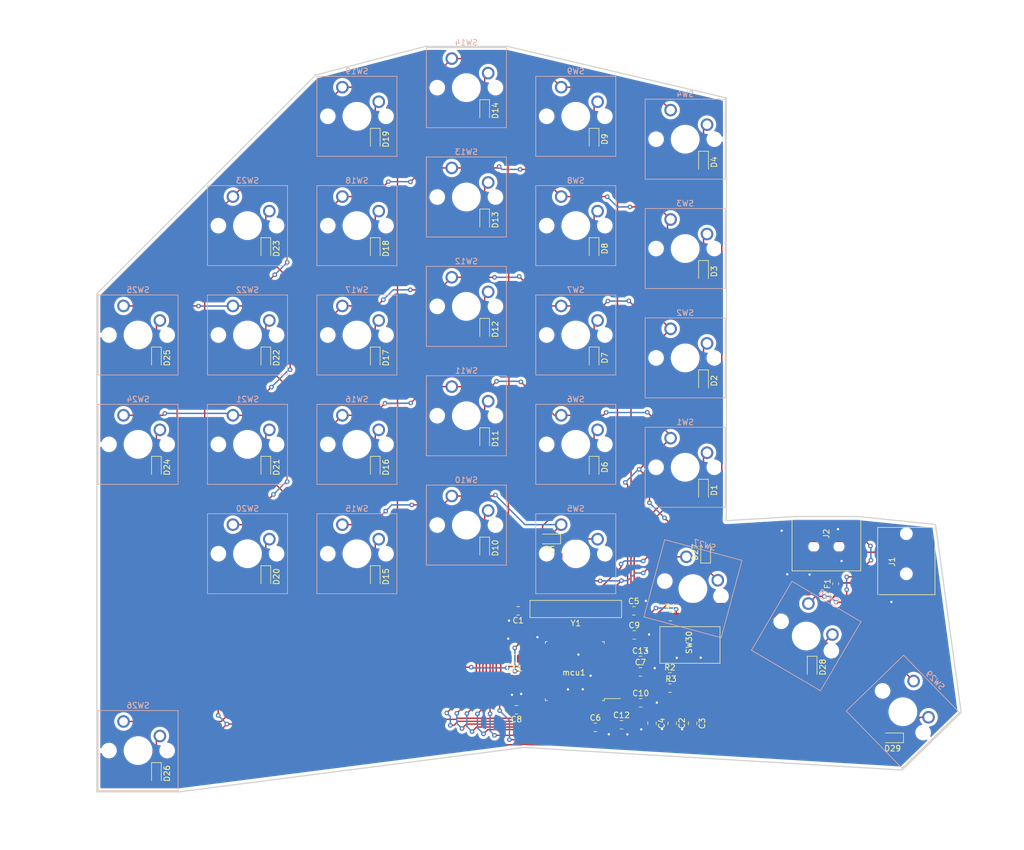
<source format=kicad_pcb>
(kicad_pcb (version 20171130) (host pcbnew 5.1.9)
  (layers (0 F.Cu signal) (31 B.Cu signal) (34 B.Paste user) (35 F.Paste user) (36 B.SilkS user) (37 F.SilkS user) (38 B.Mask user) (39 F.Mask user) (44 Edge.Cuts user))
  (net 0 "")
  (net 1 GND1)
  (net 2 "Net-(C1-Pad1)")
  (net 3 UVCC)
  (net 4 "Net-(C5-Pad1)")
  (net 5 "Net-(C6-Pad1)")
  (net 6 "Net-(C7-Pad1)")
  (net 7 /Sheet60738A9D/col5)
  (net 8 "Net-(D1-Pad1)")
  (net 9 "Net-(D2-Pad1)")
  (net 10 "Net-(D3-Pad1)")
  (net 11 "Net-(D4-Pad1)")
  (net 12 /Sheet60738A9D/col4)
  (net 13 "Net-(D5-Pad1)")
  (net 14 "Net-(D6-Pad1)")
  (net 15 "Net-(D7-Pad1)")
  (net 16 "Net-(D8-Pad1)")
  (net 17 "Net-(D9-Pad1)")
  (net 18 /Sheet60738A9D/col3)
  (net 19 "Net-(D10-Pad1)")
  (net 20 "Net-(D11-Pad1)")
  (net 21 "Net-(D12-Pad1)")
  (net 22 "Net-(D13-Pad1)")
  (net 23 "Net-(D14-Pad1)")
  (net 24 /Sheet60738A9D/col2)
  (net 25 "Net-(D15-Pad1)")
  (net 26 "Net-(D16-Pad1)")
  (net 27 "Net-(D17-Pad1)")
  (net 28 "Net-(D18-Pad1)")
  (net 29 "Net-(D19-Pad1)")
  (net 30 /Sheet60738A9D/col1)
  (net 31 "Net-(D20-Pad1)")
  (net 32 "Net-(D21-Pad1)")
  (net 33 "Net-(D22-Pad1)")
  (net 34 "Net-(D23-Pad1)")
  (net 35 /Sheet60738A9D/col0)
  (net 36 "Net-(D24-Pad1)")
  (net 37 "Net-(D25-Pad1)")
  (net 38 "Net-(D26-Pad1)")
  (net 39 "Net-(D27-Pad1)")
  (net 40 "Net-(D28-Pad1)")
  (net 41 "Net-(D29-Pad1)")
  (net 42 /Sheet60738E4E/VBUS)
  (net 43 "Net-(J1-PadR1)")
  (net 44 "Net-(J1-PadR2)")
  (net 45 "Net-(J2-Pad4)")
  (net 46 /Sheet60738E4E/USB_FULL1_P)
  (net 47 /Sheet60738E4E/USB_FULL1_N)
  (net 48 "Net-(mcu1-Pad32)")
  (net 49 /Sheet60738A9D/row4)
  (net 50 /Sheet60738A9D/row3)
  (net 51 /Sheet60738A9D/row2)
  (net 52 /Sheet60738A9D/row1)
  (net 53 /Sheet60738A9D/row0)
  (net 54 "Net-(mcu1-Pad26)")
  (net 55 "Net-(mcu1-Pad25)")
  (net 56 "Net-(mcu1-Pad22)")
  (net 57 "Net-(mcu1-Pad21)")
  (net 58 "Net-(mcu1-Pad20)")
  (net 59 "Net-(mcu1-Pad19)")
  (net 60 "Net-(mcu1-Pad18)")
  (net 61 "Net-(R1-Pad2)")
  (net 62 "Net-(mcu1-Pad11)")
  (net 63 "Net-(mcu1-Pad10)")
  (net 64 "Net-(mcu1-Pad9)")
  (net 65 "Net-(mcu1-Pad8)")
  (net 66 /Sheet60738E4E/USB_FULL_P)
  (net 67 /Sheet60738E4E/USB_FULL_N)
  (net 68 "Net-(mcu1-Pad1)")
  (module keyboard6:Crystal_CSM-7X_SMD (layer F.Cu) (at -19.1 5.65)
    (fp_text reference Y1 (at 0 2.5) (layer F.SilkS))
    (fp_text value 16MHz)
    (pad 1 smd rect (at -4.75 0) (size 5.5 2) (layers F.Cu F.Paste F.Mask) (net 2 "Net-(C1-Pad1)"))
    (pad 2 smd rect (at 4.75 0) (size 5.5 2) (layers F.Cu F.Paste F.Mask) (net 4 "Net-(C5-Pad1)"))
  )
  (module keyboard6:SW_E_SW_TL_3303 (layer F.Cu) (at 0.83 11.94 90)
    (fp_text reference SW30 (at 0.45 -0.15 90) (layer F.SilkS))
    (fp_text value SW_Push_Dual)
    (pad 4 smd rect (at 2.25 4.2 90) (size 1.4 1.6) (layers F.Cu F.Paste F.Mask) (net 61 "Net-(R1-Pad2)"))
    (pad 3 smd rect (at -2.25 4.2 90) (size 1.4 1.6) (layers F.Cu F.Paste F.Mask) (net 1 GND1))
    (pad 2 smd rect (at 2.25 -4.2 90) (size 1.4 1.6) (layers F.Cu F.Paste F.Mask) (net 61 "Net-(R1-Pad2)"))
    (pad 1 smd rect (at -2.25 -4.2 90) (size 1.4 1.6) (layers F.Cu F.Paste F.Mask) (net 1 GND1))
  )
  (module keyboard6:SW_Cherry_MX_1.00u_PCB_centered (layer B.Cu) (at 37.9973 23.6009 134.2)
    (fp_text reference SW29 (at 0 7.874 -45.8) (layer B.SilkS) (effects (justify mirror)))
    (fp_text value SW_DIP_x01)
    (pad 1 thru_hole circle (at 2.54 5.08 134.2) (size 2.2 2.2) (drill 1.5) (layers *.Cu *.Mask) (net 49 /Sheet60738A9D/row4))
    (pad 2 thru_hole circle (at -3.81 2.54 134.2) (size 2.2 2.2) (drill 1.5) (layers *.Cu *.Mask) (net 41 "Net-(D29-Pad1)"))
    (pad "" np_thru_hole circle (at 0 0 134.2) (size 4 4) (drill 4) (layers *.Cu *.Mask))
    (pad "" np_thru_hole circle (at -5.08 0 134.2) (size 1.7 1.7) (drill 1.7) (layers *.Cu *.Mask))
    (pad "" np_thru_hole circle (at 5.08 0 134.2) (size 1.7 1.7) (drill 1.7) (layers *.Cu *.Mask))
  )
  (module keyboard6:SW_Cherry_MX_1.00u_PCB_centered (layer B.Cu) (at 21.1272 10.373 149.6)
    (fp_text reference SW28 (at 0 7.874 -30.4) (layer B.SilkS) (effects (justify mirror)))
    (fp_text value SW_DIP_x01)
    (pad 1 thru_hole circle (at 2.54 5.08 149.6) (size 2.2 2.2) (drill 1.5) (layers *.Cu *.Mask) (net 50 /Sheet60738A9D/row3))
    (pad 2 thru_hole circle (at -3.81 2.54 149.6) (size 2.2 2.2) (drill 1.5) (layers *.Cu *.Mask) (net 40 "Net-(D28-Pad1)"))
    (pad "" np_thru_hole circle (at 0 0 149.6) (size 4 4) (drill 4) (layers *.Cu *.Mask))
    (pad "" np_thru_hole circle (at -5.08 0 149.6) (size 1.7 1.7) (drill 1.7) (layers *.Cu *.Mask))
    (pad "" np_thru_hole circle (at 5.08 0 149.6) (size 1.7 1.7) (drill 1.7) (layers *.Cu *.Mask))
  )
  (module keyboard6:SW_Cherry_MX_1.00u_PCB_centered (layer B.Cu) (at 1.35 2.1 165)
    (fp_text reference SW27 (at 0 7.874 -15) (layer B.SilkS) (effects (justify mirror)))
    (fp_text value SW_DIP_x01)
    (pad 1 thru_hole circle (at 2.54 5.08 165) (size 2.2 2.2) (drill 1.5) (layers *.Cu *.Mask) (net 49 /Sheet60738A9D/row4))
    (pad 2 thru_hole circle (at -3.81 2.54 165) (size 2.2 2.2) (drill 1.5) (layers *.Cu *.Mask) (net 39 "Net-(D27-Pad1)"))
    (pad "" np_thru_hole circle (at 0 0 165) (size 4 4) (drill 4) (layers *.Cu *.Mask))
    (pad "" np_thru_hole circle (at -5.08 0 165) (size 1.7 1.7) (drill 1.7) (layers *.Cu *.Mask))
    (pad "" np_thru_hole circle (at 5.08 0 165) (size 1.7 1.7) (drill 1.7) (layers *.Cu *.Mask))
  )
  (module keyboard6:SW_Cherry_MX_1.00u_PCB_centered (layer B.Cu) (at -95.5 30.38 180)
    (fp_text reference SW26 (at 0 7.874) (layer B.SilkS) (effects (justify mirror)))
    (fp_text value SW_DIP_x01)
    (pad 1 thru_hole circle (at 2.54 5.08 180) (size 2.2 2.2) (drill 1.5) (layers *.Cu *.Mask) (net 53 /Sheet60738A9D/row0))
    (pad 2 thru_hole circle (at -3.81 2.54 180) (size 2.2 2.2) (drill 1.5) (layers *.Cu *.Mask) (net 38 "Net-(D26-Pad1)"))
    (pad "" np_thru_hole circle (at 0 0 180) (size 4 4) (drill 4) (layers *.Cu *.Mask))
    (pad "" np_thru_hole circle (at -5.08 0 180) (size 1.7 1.7) (drill 1.7) (layers *.Cu *.Mask))
    (pad "" np_thru_hole circle (at 5.08 0 180) (size 1.7 1.7) (drill 1.7) (layers *.Cu *.Mask))
  )
  (module keyboard6:SW_Cherry_MX_1.00u_PCB_centered (layer B.Cu) (at -95.5 -42.2 180)
    (fp_text reference SW25 (at 0 7.874) (layer B.SilkS) (effects (justify mirror)))
    (fp_text value SW_DIP_x01)
    (pad 1 thru_hole circle (at 2.54 5.08 180) (size 2.2 2.2) (drill 1.5) (layers *.Cu *.Mask) (net 52 /Sheet60738A9D/row1))
    (pad 2 thru_hole circle (at -3.81 2.54 180) (size 2.2 2.2) (drill 1.5) (layers *.Cu *.Mask) (net 37 "Net-(D25-Pad1)"))
    (pad "" np_thru_hole circle (at 0 0 180) (size 4 4) (drill 4) (layers *.Cu *.Mask))
    (pad "" np_thru_hole circle (at -5.08 0 180) (size 1.7 1.7) (drill 1.7) (layers *.Cu *.Mask))
    (pad "" np_thru_hole circle (at 5.08 0 180) (size 1.7 1.7) (drill 1.7) (layers *.Cu *.Mask))
  )
  (module keyboard6:SW_Cherry_MX_1.00u_PCB_centered (layer B.Cu) (at -95.5 -23.1 180)
    (fp_text reference SW24 (at 0 7.874) (layer B.SilkS) (effects (justify mirror)))
    (fp_text value SW_DIP_x01)
    (pad 1 thru_hole circle (at 2.54 5.08 180) (size 2.2 2.2) (drill 1.5) (layers *.Cu *.Mask) (net 51 /Sheet60738A9D/row2))
    (pad 2 thru_hole circle (at -3.81 2.54 180) (size 2.2 2.2) (drill 1.5) (layers *.Cu *.Mask) (net 36 "Net-(D24-Pad1)"))
    (pad "" np_thru_hole circle (at 0 0 180) (size 4 4) (drill 4) (layers *.Cu *.Mask))
    (pad "" np_thru_hole circle (at -5.08 0 180) (size 1.7 1.7) (drill 1.7) (layers *.Cu *.Mask))
    (pad "" np_thru_hole circle (at 5.08 0 180) (size 1.7 1.7) (drill 1.7) (layers *.Cu *.Mask))
  )
  (module keyboard6:SW_Cherry_MX_1.00u_PCB_centered (layer B.Cu) (at -76.4 -61.3 180)
    (fp_text reference SW23 (at 0 7.874) (layer B.SilkS) (effects (justify mirror)))
    (fp_text value SW_DIP_x01)
    (pad 1 thru_hole circle (at 2.54 5.08 180) (size 2.2 2.2) (drill 1.5) (layers *.Cu *.Mask) (net 53 /Sheet60738A9D/row0))
    (pad 2 thru_hole circle (at -3.81 2.54 180) (size 2.2 2.2) (drill 1.5) (layers *.Cu *.Mask) (net 34 "Net-(D23-Pad1)"))
    (pad "" np_thru_hole circle (at 0 0 180) (size 4 4) (drill 4) (layers *.Cu *.Mask))
    (pad "" np_thru_hole circle (at -5.08 0 180) (size 1.7 1.7) (drill 1.7) (layers *.Cu *.Mask))
    (pad "" np_thru_hole circle (at 5.08 0 180) (size 1.7 1.7) (drill 1.7) (layers *.Cu *.Mask))
  )
  (module keyboard6:SW_Cherry_MX_1.00u_PCB_centered (layer B.Cu) (at -76.4 -42.2 180)
    (fp_text reference SW22 (at 0 7.874) (layer B.SilkS) (effects (justify mirror)))
    (fp_text value SW_DIP_x01)
    (pad 1 thru_hole circle (at 2.54 5.08 180) (size 2.2 2.2) (drill 1.5) (layers *.Cu *.Mask) (net 52 /Sheet60738A9D/row1))
    (pad 2 thru_hole circle (at -3.81 2.54 180) (size 2.2 2.2) (drill 1.5) (layers *.Cu *.Mask) (net 33 "Net-(D22-Pad1)"))
    (pad "" np_thru_hole circle (at 0 0 180) (size 4 4) (drill 4) (layers *.Cu *.Mask))
    (pad "" np_thru_hole circle (at -5.08 0 180) (size 1.7 1.7) (drill 1.7) (layers *.Cu *.Mask))
    (pad "" np_thru_hole circle (at 5.08 0 180) (size 1.7 1.7) (drill 1.7) (layers *.Cu *.Mask))
  )
  (module keyboard6:SW_Cherry_MX_1.00u_PCB_centered (layer B.Cu) (at -76.4 -23.1 180)
    (fp_text reference SW21 (at 0 7.874) (layer B.SilkS) (effects (justify mirror)))
    (fp_text value SW_DIP_x01)
    (pad 1 thru_hole circle (at 2.54 5.08 180) (size 2.2 2.2) (drill 1.5) (layers *.Cu *.Mask) (net 51 /Sheet60738A9D/row2))
    (pad 2 thru_hole circle (at -3.81 2.54 180) (size 2.2 2.2) (drill 1.5) (layers *.Cu *.Mask) (net 32 "Net-(D21-Pad1)"))
    (pad "" np_thru_hole circle (at 0 0 180) (size 4 4) (drill 4) (layers *.Cu *.Mask))
    (pad "" np_thru_hole circle (at -5.08 0 180) (size 1.7 1.7) (drill 1.7) (layers *.Cu *.Mask))
    (pad "" np_thru_hole circle (at 5.08 0 180) (size 1.7 1.7) (drill 1.7) (layers *.Cu *.Mask))
  )
  (module keyboard6:SW_Cherry_MX_1.00u_PCB_centered (layer B.Cu) (at -76.4 -4 180)
    (fp_text reference SW20 (at 0 7.874) (layer B.SilkS) (effects (justify mirror)))
    (fp_text value SW_DIP_x01)
    (pad 1 thru_hole circle (at 2.54 5.08 180) (size 2.2 2.2) (drill 1.5) (layers *.Cu *.Mask) (net 50 /Sheet60738A9D/row3))
    (pad 2 thru_hole circle (at -3.81 2.54 180) (size 2.2 2.2) (drill 1.5) (layers *.Cu *.Mask) (net 31 "Net-(D20-Pad1)"))
    (pad "" np_thru_hole circle (at 0 0 180) (size 4 4) (drill 4) (layers *.Cu *.Mask))
    (pad "" np_thru_hole circle (at -5.08 0 180) (size 1.7 1.7) (drill 1.7) (layers *.Cu *.Mask))
    (pad "" np_thru_hole circle (at 5.08 0 180) (size 1.7 1.7) (drill 1.7) (layers *.Cu *.Mask))
  )
  (module keyboard6:SW_Cherry_MX_1.00u_PCB_centered (layer B.Cu) (at -57.3 -80.4 180)
    (fp_text reference SW19 (at 0 7.874) (layer B.SilkS) (effects (justify mirror)))
    (fp_text value SW_DIP_x01)
    (pad 1 thru_hole circle (at 2.54 5.08 180) (size 2.2 2.2) (drill 1.5) (layers *.Cu *.Mask) (net 53 /Sheet60738A9D/row0))
    (pad 2 thru_hole circle (at -3.81 2.54 180) (size 2.2 2.2) (drill 1.5) (layers *.Cu *.Mask) (net 29 "Net-(D19-Pad1)"))
    (pad "" np_thru_hole circle (at 0 0 180) (size 4 4) (drill 4) (layers *.Cu *.Mask))
    (pad "" np_thru_hole circle (at -5.08 0 180) (size 1.7 1.7) (drill 1.7) (layers *.Cu *.Mask))
    (pad "" np_thru_hole circle (at 5.08 0 180) (size 1.7 1.7) (drill 1.7) (layers *.Cu *.Mask))
  )
  (module keyboard6:SW_Cherry_MX_1.00u_PCB_centered (layer B.Cu) (at -57.3 -61.3 180)
    (fp_text reference SW18 (at 0 7.874) (layer B.SilkS) (effects (justify mirror)))
    (fp_text value SW_DIP_x01)
    (pad 1 thru_hole circle (at 2.54 5.08 180) (size 2.2 2.2) (drill 1.5) (layers *.Cu *.Mask) (net 52 /Sheet60738A9D/row1))
    (pad 2 thru_hole circle (at -3.81 2.54 180) (size 2.2 2.2) (drill 1.5) (layers *.Cu *.Mask) (net 28 "Net-(D18-Pad1)"))
    (pad "" np_thru_hole circle (at 0 0 180) (size 4 4) (drill 4) (layers *.Cu *.Mask))
    (pad "" np_thru_hole circle (at -5.08 0 180) (size 1.7 1.7) (drill 1.7) (layers *.Cu *.Mask))
    (pad "" np_thru_hole circle (at 5.08 0 180) (size 1.7 1.7) (drill 1.7) (layers *.Cu *.Mask))
  )
  (module keyboard6:SW_Cherry_MX_1.00u_PCB_centered (layer B.Cu) (at -57.3 -42.2 180)
    (fp_text reference SW17 (at 0 7.874) (layer B.SilkS) (effects (justify mirror)))
    (fp_text value SW_DIP_x01)
    (pad 1 thru_hole circle (at 2.54 5.08 180) (size 2.2 2.2) (drill 1.5) (layers *.Cu *.Mask) (net 51 /Sheet60738A9D/row2))
    (pad 2 thru_hole circle (at -3.81 2.54 180) (size 2.2 2.2) (drill 1.5) (layers *.Cu *.Mask) (net 27 "Net-(D17-Pad1)"))
    (pad "" np_thru_hole circle (at 0 0 180) (size 4 4) (drill 4) (layers *.Cu *.Mask))
    (pad "" np_thru_hole circle (at -5.08 0 180) (size 1.7 1.7) (drill 1.7) (layers *.Cu *.Mask))
    (pad "" np_thru_hole circle (at 5.08 0 180) (size 1.7 1.7) (drill 1.7) (layers *.Cu *.Mask))
  )
  (module keyboard6:SW_Cherry_MX_1.00u_PCB_centered (layer B.Cu) (at -57.3 -23.1 180)
    (fp_text reference SW16 (at 0 7.874) (layer B.SilkS) (effects (justify mirror)))
    (fp_text value SW_DIP_x01)
    (pad 1 thru_hole circle (at 2.54 5.08 180) (size 2.2 2.2) (drill 1.5) (layers *.Cu *.Mask) (net 50 /Sheet60738A9D/row3))
    (pad 2 thru_hole circle (at -3.81 2.54 180) (size 2.2 2.2) (drill 1.5) (layers *.Cu *.Mask) (net 26 "Net-(D16-Pad1)"))
    (pad "" np_thru_hole circle (at 0 0 180) (size 4 4) (drill 4) (layers *.Cu *.Mask))
    (pad "" np_thru_hole circle (at -5.08 0 180) (size 1.7 1.7) (drill 1.7) (layers *.Cu *.Mask))
    (pad "" np_thru_hole circle (at 5.08 0 180) (size 1.7 1.7) (drill 1.7) (layers *.Cu *.Mask))
  )
  (module keyboard6:SW_Cherry_MX_1.00u_PCB_centered (layer B.Cu) (at -57.3 -4 180)
    (fp_text reference SW15 (at 0 7.874) (layer B.SilkS) (effects (justify mirror)))
    (fp_text value SW_DIP_x01)
    (pad 1 thru_hole circle (at 2.54 5.08 180) (size 2.2 2.2) (drill 1.5) (layers *.Cu *.Mask) (net 49 /Sheet60738A9D/row4))
    (pad 2 thru_hole circle (at -3.81 2.54 180) (size 2.2 2.2) (drill 1.5) (layers *.Cu *.Mask) (net 25 "Net-(D15-Pad1)"))
    (pad "" np_thru_hole circle (at 0 0 180) (size 4 4) (drill 4) (layers *.Cu *.Mask))
    (pad "" np_thru_hole circle (at -5.08 0 180) (size 1.7 1.7) (drill 1.7) (layers *.Cu *.Mask))
    (pad "" np_thru_hole circle (at 5.08 0 180) (size 1.7 1.7) (drill 1.7) (layers *.Cu *.Mask))
  )
  (module keyboard6:SW_Cherry_MX_1.00u_PCB_centered (layer B.Cu) (at -38.2 -85.4 180)
    (fp_text reference SW14 (at 0 7.874) (layer B.SilkS) (effects (justify mirror)))
    (fp_text value SW_DIP_x01)
    (pad 1 thru_hole circle (at 2.54 5.08 180) (size 2.2 2.2) (drill 1.5) (layers *.Cu *.Mask) (net 53 /Sheet60738A9D/row0))
    (pad 2 thru_hole circle (at -3.81 2.54 180) (size 2.2 2.2) (drill 1.5) (layers *.Cu *.Mask) (net 23 "Net-(D14-Pad1)"))
    (pad "" np_thru_hole circle (at 0 0 180) (size 4 4) (drill 4) (layers *.Cu *.Mask))
    (pad "" np_thru_hole circle (at -5.08 0 180) (size 1.7 1.7) (drill 1.7) (layers *.Cu *.Mask))
    (pad "" np_thru_hole circle (at 5.08 0 180) (size 1.7 1.7) (drill 1.7) (layers *.Cu *.Mask))
  )
  (module keyboard6:SW_Cherry_MX_1.00u_PCB_centered (layer B.Cu) (at -38.2 -66.3 180)
    (fp_text reference SW13 (at 0 7.874) (layer B.SilkS) (effects (justify mirror)))
    (fp_text value SW_DIP_x01)
    (pad 1 thru_hole circle (at 2.54 5.08 180) (size 2.2 2.2) (drill 1.5) (layers *.Cu *.Mask) (net 52 /Sheet60738A9D/row1))
    (pad 2 thru_hole circle (at -3.81 2.54 180) (size 2.2 2.2) (drill 1.5) (layers *.Cu *.Mask) (net 22 "Net-(D13-Pad1)"))
    (pad "" np_thru_hole circle (at 0 0 180) (size 4 4) (drill 4) (layers *.Cu *.Mask))
    (pad "" np_thru_hole circle (at -5.08 0 180) (size 1.7 1.7) (drill 1.7) (layers *.Cu *.Mask))
    (pad "" np_thru_hole circle (at 5.08 0 180) (size 1.7 1.7) (drill 1.7) (layers *.Cu *.Mask))
  )
  (module keyboard6:SW_Cherry_MX_1.00u_PCB_centered (layer B.Cu) (at -38.2 -47.2 180)
    (fp_text reference SW12 (at 0 7.874) (layer B.SilkS) (effects (justify mirror)))
    (fp_text value SW_DIP_x01)
    (pad 1 thru_hole circle (at 2.54 5.08 180) (size 2.2 2.2) (drill 1.5) (layers *.Cu *.Mask) (net 51 /Sheet60738A9D/row2))
    (pad 2 thru_hole circle (at -3.81 2.54 180) (size 2.2 2.2) (drill 1.5) (layers *.Cu *.Mask) (net 21 "Net-(D12-Pad1)"))
    (pad "" np_thru_hole circle (at 0 0 180) (size 4 4) (drill 4) (layers *.Cu *.Mask))
    (pad "" np_thru_hole circle (at -5.08 0 180) (size 1.7 1.7) (drill 1.7) (layers *.Cu *.Mask))
    (pad "" np_thru_hole circle (at 5.08 0 180) (size 1.7 1.7) (drill 1.7) (layers *.Cu *.Mask))
  )
  (module keyboard6:SW_Cherry_MX_1.00u_PCB_centered (layer B.Cu) (at -38.2 -28.1 180)
    (fp_text reference SW11 (at 0 7.874) (layer B.SilkS) (effects (justify mirror)))
    (fp_text value SW_DIP_x01)
    (pad 1 thru_hole circle (at 2.54 5.08 180) (size 2.2 2.2) (drill 1.5) (layers *.Cu *.Mask) (net 50 /Sheet60738A9D/row3))
    (pad 2 thru_hole circle (at -3.81 2.54 180) (size 2.2 2.2) (drill 1.5) (layers *.Cu *.Mask) (net 20 "Net-(D11-Pad1)"))
    (pad "" np_thru_hole circle (at 0 0 180) (size 4 4) (drill 4) (layers *.Cu *.Mask))
    (pad "" np_thru_hole circle (at -5.08 0 180) (size 1.7 1.7) (drill 1.7) (layers *.Cu *.Mask))
    (pad "" np_thru_hole circle (at 5.08 0 180) (size 1.7 1.7) (drill 1.7) (layers *.Cu *.Mask))
  )
  (module keyboard6:SW_Cherry_MX_1.00u_PCB_centered (layer B.Cu) (at -38.2 -9 180)
    (fp_text reference SW10 (at 0 7.874) (layer B.SilkS) (effects (justify mirror)))
    (fp_text value SW_DIP_x01)
    (pad 1 thru_hole circle (at 2.54 5.08 180) (size 2.2 2.2) (drill 1.5) (layers *.Cu *.Mask) (net 49 /Sheet60738A9D/row4))
    (pad 2 thru_hole circle (at -3.81 2.54 180) (size 2.2 2.2) (drill 1.5) (layers *.Cu *.Mask) (net 19 "Net-(D10-Pad1)"))
    (pad "" np_thru_hole circle (at 0 0 180) (size 4 4) (drill 4) (layers *.Cu *.Mask))
    (pad "" np_thru_hole circle (at -5.08 0 180) (size 1.7 1.7) (drill 1.7) (layers *.Cu *.Mask))
    (pad "" np_thru_hole circle (at 5.08 0 180) (size 1.7 1.7) (drill 1.7) (layers *.Cu *.Mask))
  )
  (module keyboard6:SW_Cherry_MX_1.00u_PCB_centered (layer B.Cu) (at -19.1 -80.4 180)
    (fp_text reference SW9 (at 0 7.874) (layer B.SilkS) (effects (justify mirror)))
    (fp_text value SW_DIP_x01)
    (pad 1 thru_hole circle (at 2.54 5.08 180) (size 2.2 2.2) (drill 1.5) (layers *.Cu *.Mask) (net 53 /Sheet60738A9D/row0))
    (pad 2 thru_hole circle (at -3.81 2.54 180) (size 2.2 2.2) (drill 1.5) (layers *.Cu *.Mask) (net 17 "Net-(D9-Pad1)"))
    (pad "" np_thru_hole circle (at 0 0 180) (size 4 4) (drill 4) (layers *.Cu *.Mask))
    (pad "" np_thru_hole circle (at -5.08 0 180) (size 1.7 1.7) (drill 1.7) (layers *.Cu *.Mask))
    (pad "" np_thru_hole circle (at 5.08 0 180) (size 1.7 1.7) (drill 1.7) (layers *.Cu *.Mask))
  )
  (module keyboard6:SW_Cherry_MX_1.00u_PCB_centered (layer B.Cu) (at -19.1 -61.3 180)
    (fp_text reference SW8 (at 0 7.874) (layer B.SilkS) (effects (justify mirror)))
    (fp_text value SW_DIP_x01)
    (pad 1 thru_hole circle (at 2.54 5.08 180) (size 2.2 2.2) (drill 1.5) (layers *.Cu *.Mask) (net 52 /Sheet60738A9D/row1))
    (pad 2 thru_hole circle (at -3.81 2.54 180) (size 2.2 2.2) (drill 1.5) (layers *.Cu *.Mask) (net 16 "Net-(D8-Pad1)"))
    (pad "" np_thru_hole circle (at 0 0 180) (size 4 4) (drill 4) (layers *.Cu *.Mask))
    (pad "" np_thru_hole circle (at -5.08 0 180) (size 1.7 1.7) (drill 1.7) (layers *.Cu *.Mask))
    (pad "" np_thru_hole circle (at 5.08 0 180) (size 1.7 1.7) (drill 1.7) (layers *.Cu *.Mask))
  )
  (module keyboard6:SW_Cherry_MX_1.00u_PCB_centered (layer B.Cu) (at -19.1 -42.2 180)
    (fp_text reference SW7 (at 0 7.874) (layer B.SilkS) (effects (justify mirror)))
    (fp_text value SW_DIP_x01)
    (pad 1 thru_hole circle (at 2.54 5.08 180) (size 2.2 2.2) (drill 1.5) (layers *.Cu *.Mask) (net 51 /Sheet60738A9D/row2))
    (pad 2 thru_hole circle (at -3.81 2.54 180) (size 2.2 2.2) (drill 1.5) (layers *.Cu *.Mask) (net 15 "Net-(D7-Pad1)"))
    (pad "" np_thru_hole circle (at 0 0 180) (size 4 4) (drill 4) (layers *.Cu *.Mask))
    (pad "" np_thru_hole circle (at -5.08 0 180) (size 1.7 1.7) (drill 1.7) (layers *.Cu *.Mask))
    (pad "" np_thru_hole circle (at 5.08 0 180) (size 1.7 1.7) (drill 1.7) (layers *.Cu *.Mask))
  )
  (module keyboard6:SW_Cherry_MX_1.00u_PCB_centered (layer B.Cu) (at -19.1 -23.1 180)
    (fp_text reference SW6 (at 0 7.874) (layer B.SilkS) (effects (justify mirror)))
    (fp_text value SW_DIP_x01)
    (pad 1 thru_hole circle (at 2.54 5.08 180) (size 2.2 2.2) (drill 1.5) (layers *.Cu *.Mask) (net 50 /Sheet60738A9D/row3))
    (pad 2 thru_hole circle (at -3.81 2.54 180) (size 2.2 2.2) (drill 1.5) (layers *.Cu *.Mask) (net 14 "Net-(D6-Pad1)"))
    (pad "" np_thru_hole circle (at 0 0 180) (size 4 4) (drill 4) (layers *.Cu *.Mask))
    (pad "" np_thru_hole circle (at -5.08 0 180) (size 1.7 1.7) (drill 1.7) (layers *.Cu *.Mask))
    (pad "" np_thru_hole circle (at 5.08 0 180) (size 1.7 1.7) (drill 1.7) (layers *.Cu *.Mask))
  )
  (module keyboard6:SW_Cherry_MX_1.00u_PCB_centered (layer B.Cu) (at -19.1 -4 180)
    (fp_text reference SW5 (at 0 7.874) (layer B.SilkS) (effects (justify mirror)))
    (fp_text value SW_DIP_x01)
    (pad 1 thru_hole circle (at 2.54 5.08 180) (size 2.2 2.2) (drill 1.5) (layers *.Cu *.Mask) (net 49 /Sheet60738A9D/row4))
    (pad 2 thru_hole circle (at -3.81 2.54 180) (size 2.2 2.2) (drill 1.5) (layers *.Cu *.Mask) (net 13 "Net-(D5-Pad1)"))
    (pad "" np_thru_hole circle (at 0 0 180) (size 4 4) (drill 4) (layers *.Cu *.Mask))
    (pad "" np_thru_hole circle (at -5.08 0 180) (size 1.7 1.7) (drill 1.7) (layers *.Cu *.Mask))
    (pad "" np_thru_hole circle (at 5.08 0 180) (size 1.7 1.7) (drill 1.7) (layers *.Cu *.Mask))
  )
  (module keyboard6:SW_Cherry_MX_1.00u_PCB_centered (layer B.Cu) (at 0 -76.4 180)
    (fp_text reference SW4 (at 0 7.874) (layer B.SilkS) (effects (justify mirror)))
    (fp_text value SW_DIP_x01)
    (pad 1 thru_hole circle (at 2.54 5.08 180) (size 2.2 2.2) (drill 1.5) (layers *.Cu *.Mask) (net 53 /Sheet60738A9D/row0))
    (pad 2 thru_hole circle (at -3.81 2.54 180) (size 2.2 2.2) (drill 1.5) (layers *.Cu *.Mask) (net 11 "Net-(D4-Pad1)"))
    (pad "" np_thru_hole circle (at 0 0 180) (size 4 4) (drill 4) (layers *.Cu *.Mask))
    (pad "" np_thru_hole circle (at -5.08 0 180) (size 1.7 1.7) (drill 1.7) (layers *.Cu *.Mask))
    (pad "" np_thru_hole circle (at 5.08 0 180) (size 1.7 1.7) (drill 1.7) (layers *.Cu *.Mask))
  )
  (module keyboard6:SW_Cherry_MX_1.00u_PCB_centered (layer B.Cu) (at 0 -57.3 180)
    (fp_text reference SW3 (at 0 7.874) (layer B.SilkS) (effects (justify mirror)))
    (fp_text value SW_DIP_x01)
    (pad 1 thru_hole circle (at 2.54 5.08 180) (size 2.2 2.2) (drill 1.5) (layers *.Cu *.Mask) (net 52 /Sheet60738A9D/row1))
    (pad 2 thru_hole circle (at -3.81 2.54 180) (size 2.2 2.2) (drill 1.5) (layers *.Cu *.Mask) (net 10 "Net-(D3-Pad1)"))
    (pad "" np_thru_hole circle (at 0 0 180) (size 4 4) (drill 4) (layers *.Cu *.Mask))
    (pad "" np_thru_hole circle (at -5.08 0 180) (size 1.7 1.7) (drill 1.7) (layers *.Cu *.Mask))
    (pad "" np_thru_hole circle (at 5.08 0 180) (size 1.7 1.7) (drill 1.7) (layers *.Cu *.Mask))
  )
  (module keyboard6:SW_Cherry_MX_1.00u_PCB_centered (layer B.Cu) (at 0 -38.2 180)
    (fp_text reference SW2 (at 0 7.874) (layer B.SilkS) (effects (justify mirror)))
    (fp_text value SW_DIP_x01)
    (pad 1 thru_hole circle (at 2.54 5.08 180) (size 2.2 2.2) (drill 1.5) (layers *.Cu *.Mask) (net 51 /Sheet60738A9D/row2))
    (pad 2 thru_hole circle (at -3.81 2.54 180) (size 2.2 2.2) (drill 1.5) (layers *.Cu *.Mask) (net 9 "Net-(D2-Pad1)"))
    (pad "" np_thru_hole circle (at 0 0 180) (size 4 4) (drill 4) (layers *.Cu *.Mask))
    (pad "" np_thru_hole circle (at -5.08 0 180) (size 1.7 1.7) (drill 1.7) (layers *.Cu *.Mask))
    (pad "" np_thru_hole circle (at 5.08 0 180) (size 1.7 1.7) (drill 1.7) (layers *.Cu *.Mask))
  )
  (module keyboard6:SW_Cherry_MX_1.00u_PCB_centered (layer B.Cu) (at 0 -19.1 180)
    (fp_text reference SW1 (at 0 7.874) (layer B.SilkS) (effects (justify mirror)))
    (fp_text value SW_DIP_x01)
    (pad 1 thru_hole circle (at 2.54 5.08 180) (size 2.2 2.2) (drill 1.5) (layers *.Cu *.Mask) (net 50 /Sheet60738A9D/row3))
    (pad 2 thru_hole circle (at -3.81 2.54 180) (size 2.2 2.2) (drill 1.5) (layers *.Cu *.Mask) (net 8 "Net-(D1-Pad1)"))
    (pad "" np_thru_hole circle (at 0 0 180) (size 4 4) (drill 4) (layers *.Cu *.Mask))
    (pad "" np_thru_hole circle (at -5.08 0 180) (size 1.7 1.7) (drill 1.7) (layers *.Cu *.Mask))
    (pad "" np_thru_hole circle (at 5.08 0 180) (size 1.7 1.7) (drill 1.7) (layers *.Cu *.Mask))
  )
  (module Resistor_SMD:R_0805_2012Metric_Pad1.20x1.40mm_HandSolder (layer F.Cu) (at -2.67 19.48)
    (fp_text reference R3 (at 0.19 -1.6) (layer F.SilkS))
    (fp_text value 22)
    (pad 2 smd roundrect (at 1 0) (size 1.2 1.4) (layers F.Cu F.Paste F.Mask) (roundrect_rratio 0.208333) (net 47 /Sheet60738E4E/USB_FULL1_N))
    (pad 1 smd roundrect (at -1 0) (size 1.2 1.4) (layers F.Cu F.Paste F.Mask) (roundrect_rratio 0.208333) (net 67 /Sheet60738E4E/USB_FULL_N))
  )
  (module Resistor_SMD:R_0805_2012Metric_Pad1.20x1.40mm_HandSolder (layer F.Cu) (at -2.67 17.52)
    (fp_text reference R2 (at 0 -1.65) (layer F.SilkS))
    (fp_text value 22)
    (pad 2 smd roundrect (at 1 0) (size 1.2 1.4) (layers F.Cu F.Paste F.Mask) (roundrect_rratio 0.208333) (net 46 /Sheet60738E4E/USB_FULL1_P))
    (pad 1 smd roundrect (at -1 0) (size 1.2 1.4) (layers F.Cu F.Paste F.Mask) (roundrect_rratio 0.208333) (net 66 /Sheet60738E4E/USB_FULL_P))
  )
  (module Resistor_SMD:R_0805_2012Metric_Pad1.20x1.40mm_HandSolder (layer F.Cu) (at -2.56 6.99)
    (fp_text reference R1 (at 0 -1.65) (layer F.SilkS))
    (fp_text value 4.7k)
    (pad 2 smd roundrect (at 1 0) (size 1.2 1.4) (layers F.Cu F.Paste F.Mask) (roundrect_rratio 0.208333) (net 61 "Net-(R1-Pad2)"))
    (pad 1 smd roundrect (at -1 0) (size 1.2 1.4) (layers F.Cu F.Paste F.Mask) (roundrect_rratio 0.208333) (net 3 UVCC))
  )
  (module keyboard6:QFP-44_10x10_Pitch0.8mm_Hand_solder (layer F.Cu) (at -19.27 16.5 180)
    (fp_text reference mcu1 (at 0.15 -0.25) (layer F.SilkS))
    (fp_text value ATmega32U4-AU)
    (pad 44 smd oval (at -4 -6.5 180) (size 0.55 3) (layers F.Cu F.Paste F.Mask) (net 3 UVCC))
    (pad 43 smd oval (at -3.2 -6.5 180) (size 0.55 3) (layers F.Cu F.Paste F.Mask) (net 1 GND1))
    (pad 42 smd oval (at -2.4 -6.5 180) (size 0.55 3) (layers F.Cu F.Paste F.Mask) (net 5 "Net-(C6-Pad1)"))
    (pad 41 smd oval (at -1.6 -6.5 180) (size 0.55 3) (layers F.Cu F.Paste F.Mask) (net 7 /Sheet60738A9D/col5))
    (pad 40 smd oval (at -0.8 -6.5 180) (size 0.55 3) (layers F.Cu F.Paste F.Mask) (net 12 /Sheet60738A9D/col4))
    (pad 39 smd oval (at 0 -6.5 180) (size 0.55 3) (layers F.Cu F.Paste F.Mask) (net 18 /Sheet60738A9D/col3))
    (pad 38 smd oval (at 0.8 -6.5 180) (size 0.55 3) (layers F.Cu F.Paste F.Mask) (net 24 /Sheet60738A9D/col2))
    (pad 37 smd oval (at 1.6 -6.5 180) (size 0.55 3) (layers F.Cu F.Paste F.Mask) (net 30 /Sheet60738A9D/col1))
    (pad 36 smd oval (at 2.4 -6.5 180) (size 0.55 3) (layers F.Cu F.Paste F.Mask) (net 35 /Sheet60738A9D/col0))
    (pad 35 smd oval (at 3.2 -6.5 180) (size 0.55 3) (layers F.Cu F.Paste F.Mask) (net 1 GND1))
    (pad 34 smd oval (at 4 -6.5 180) (size 0.55 3) (layers F.Cu F.Paste F.Mask) (net 3 UVCC))
    (pad 33 smd oval (at 6.5 -4 270) (size 0.55 3) (layers F.Cu F.Paste F.Mask) (net 1 GND1))
    (pad 32 smd oval (at 6.5 -3.2 270) (size 0.55 3) (layers F.Cu F.Paste F.Mask) (net 48 "Net-(mcu1-Pad32)"))
    (pad 31 smd oval (at 6.5 -2.4 270) (size 0.55 3) (layers F.Cu F.Paste F.Mask) (net 49 /Sheet60738A9D/row4))
    (pad 30 smd oval (at 6.5 -1.6 270) (size 0.55 3) (layers F.Cu F.Paste F.Mask) (net 50 /Sheet60738A9D/row3))
    (pad 29 smd oval (at 6.5 -0.8 270) (size 0.55 3) (layers F.Cu F.Paste F.Mask) (net 51 /Sheet60738A9D/row2))
    (pad 28 smd oval (at 6.5 0 270) (size 0.55 3) (layers F.Cu F.Paste F.Mask) (net 52 /Sheet60738A9D/row1))
    (pad 27 smd oval (at 6.5 0.8 270) (size 0.55 3) (layers F.Cu F.Paste F.Mask) (net 53 /Sheet60738A9D/row0))
    (pad 26 smd oval (at 6.5 1.6 270) (size 0.55 3) (layers F.Cu F.Paste F.Mask) (net 54 "Net-(mcu1-Pad26)"))
    (pad 25 smd oval (at 6.5 2.4 270) (size 0.55 3) (layers F.Cu F.Paste F.Mask) (net 55 "Net-(mcu1-Pad25)"))
    (pad 24 smd oval (at 6.5 3.2 270) (size 0.55 3) (layers F.Cu F.Paste F.Mask) (net 3 UVCC))
    (pad 23 smd oval (at 6.5 4 270) (size 0.55 3) (layers F.Cu F.Paste F.Mask) (net 1 GND1))
    (pad 22 smd oval (at 4 6.5 180) (size 0.55 3) (layers F.Cu F.Paste F.Mask) (net 56 "Net-(mcu1-Pad22)"))
    (pad 21 smd oval (at 3.2 6.5 180) (size 0.55 3) (layers F.Cu F.Paste F.Mask) (net 57 "Net-(mcu1-Pad21)"))
    (pad 20 smd oval (at 2.4 6.5 180) (size 0.55 3) (layers F.Cu F.Paste F.Mask) (net 58 "Net-(mcu1-Pad20)"))
    (pad 19 smd oval (at 1.6 6.5 180) (size 0.55 3) (layers F.Cu F.Paste F.Mask) (net 59 "Net-(mcu1-Pad19)"))
    (pad 18 smd oval (at 0.8 6.5 180) (size 0.55 3) (layers F.Cu F.Paste F.Mask) (net 60 "Net-(mcu1-Pad18)"))
    (pad 17 smd oval (at 0 6.5 180) (size 0.55 3) (layers F.Cu F.Paste F.Mask) (net 2 "Net-(C1-Pad1)"))
    (pad 16 smd oval (at -0.8 6.5 180) (size 0.55 3) (layers F.Cu F.Paste F.Mask) (net 4 "Net-(C5-Pad1)"))
    (pad 15 smd oval (at -1.6 6.5 180) (size 0.55 3) (layers F.Cu F.Paste F.Mask) (net 1 GND1))
    (pad 14 smd oval (at -2.4 6.5 180) (size 0.55 3) (layers F.Cu F.Paste F.Mask) (net 3 UVCC))
    (pad 13 smd oval (at -3.2 6.5 180) (size 0.55 3) (layers F.Cu F.Paste F.Mask) (net 61 "Net-(R1-Pad2)"))
    (pad 12 smd oval (at -4 6.5 180) (size 0.55 3) (layers F.Cu F.Paste F.Mask) (net 43 "Net-(J1-PadR1)"))
    (pad 11 smd oval (at -6.5 4 270) (size 0.55 3) (layers F.Cu F.Paste F.Mask) (net 62 "Net-(mcu1-Pad11)"))
    (pad 10 smd oval (at -6.5 3.2 270) (size 0.55 3) (layers F.Cu F.Paste F.Mask) (net 63 "Net-(mcu1-Pad10)"))
    (pad 9 smd oval (at -6.5 2.4 270) (size 0.55 3) (layers F.Cu F.Paste F.Mask) (net 64 "Net-(mcu1-Pad9)"))
    (pad 8 smd oval (at -6.5 1.6 270) (size 0.55 3) (layers F.Cu F.Paste F.Mask) (net 65 "Net-(mcu1-Pad8)"))
    (pad 7 smd oval (at -6.5 0.8 270) (size 0.55 3) (layers F.Cu F.Paste F.Mask) (net 3 UVCC))
    (pad 6 smd oval (at -6.5 0 270) (size 0.55 3) (layers F.Cu F.Paste F.Mask) (net 6 "Net-(C7-Pad1)"))
    (pad 5 smd oval (at -6.5 -0.8 270) (size 0.55 3) (layers F.Cu F.Paste F.Mask) (net 1 GND1))
    (pad 4 smd oval (at -6.5 -1.6 270) (size 0.55 3) (layers F.Cu F.Paste F.Mask) (net 66 /Sheet60738E4E/USB_FULL_P))
    (pad 3 smd oval (at -6.5 -2.4 270) (size 0.55 3) (layers F.Cu F.Paste F.Mask) (net 67 /Sheet60738E4E/USB_FULL_N))
    (pad 2 smd oval (at -6.5 -3.2 270) (size 0.55 3) (layers F.Cu F.Paste F.Mask) (net 3 UVCC))
    (pad 1 smd oval (at -6.5 -4 270) (size 0.55 3) (layers F.Cu F.Paste F.Mask) (net 68 "Net-(mcu1-Pad1)"))
  )
  (module "keyboard6:USB_mini_b_TE_ 1734035-2" (layer F.Cu) (at 24.65 -10.5 270)
    (fp_text reference J2 (at 3 0 270) (layer F.SilkS))
    (fp_text value USB_B_Micro)
    (pad "" np_thru_hole circle (at 5.25 2.2 270) (size 0.9 0.9) (drill 0.9) (layers *.Cu *.Mask))
    (pad "" np_thru_hole circle (at 5.25 -2.2 270) (size 0.9 0.9) (drill 0.9) (layers *.Cu *.Mask))
    (pad 5 smd rect (at 7.85 1.6 270) (size 2.3 0.5) (layers F.Cu F.Paste F.Mask) (net 1 GND1))
    (pad 4 smd rect (at 7.85 0.8 270) (size 2.3 0.5) (layers F.Cu F.Paste F.Mask) (net 45 "Net-(J2-Pad4)"))
    (pad 3 smd rect (at 7.85 0 270) (size 2.3 0.5) (layers F.Cu F.Paste F.Mask) (net 46 /Sheet60738E4E/USB_FULL1_P))
    (pad 2 smd rect (at 7.85 -0.8 270) (size 2.3 0.5) (layers F.Cu F.Paste F.Mask) (net 47 /Sheet60738E4E/USB_FULL1_N))
    (pad 1 smd rect (at 7.85 -1.6 270) (size 2.3 0.5) (layers F.Cu F.Paste F.Mask) (net 42 /Sheet60738E4E/VBUS))
    (pad 6 smd rect (at 2.25 4.45 270) (size 2.5 2) (layers F.Cu F.Paste F.Mask) (net 1 GND1))
    (pad 6 smd rect (at 7.75 4.45 270) (size 2.5 2) (layers F.Cu F.Paste F.Mask) (net 1 GND1))
    (pad 6 smd rect (at 7.75 -4.45 270) (size 2.5 2) (layers F.Cu F.Paste F.Mask) (net 1 GND1))
    (pad 6 smd rect (at 2.25 -4.45 270) (size 2.5 2) (layers F.Cu F.Paste F.Mask) (net 1 GND1))
  )
  (module keyboard6:TRRS_smd_SparkFun_PRT-12639 (layer F.Cu) (at 38.6 -9.1 270)
    (fp_text reference J1 (at 6.5 2.5 270) (layer F.SilkS))
    (fp_text value AudioJack4)
    (pad "" np_thru_hole circle (at 8.6 0 270) (size 1.2 1.2) (drill 1.2) (layers *.Cu *.Mask))
    (pad "" np_thru_hole circle (at 1.6 0 270) (size 1.2 1.2) (drill 1.2) (layers *.Cu *.Mask))
    (pad T smd rect (at 10.2 -3.25 270) (size 1.2 2.5) (layers F.Cu F.Paste F.Mask) (net 3 UVCC))
    (pad R1 smd rect (at 6.2 -3.25 270) (size 1.2 2.5) (layers F.Cu F.Paste F.Mask) (net 43 "Net-(J1-PadR1)"))
    (pad R2 smd rect (at 3.2 -3.25 270) (size 1.2 2.5) (layers F.Cu F.Paste F.Mask) (net 44 "Net-(J1-PadR2)"))
    (pad S smd rect (at 11.3 3.25 270) (size 1.2 2.5) (layers F.Cu F.Paste F.Mask) (net 1 GND1))
  )
  (module Fuse:Fuse_0603_1608Metric (layer F.Cu) (at 26.27 1.2475 90)
    (fp_text reference F1 (at 0 -1.43 90) (layer F.SilkS))
    (fp_text value 500m)
    (pad 2 smd roundrect (at 0.7875 0 90) (size 0.875 0.95) (layers F.Cu F.Paste F.Mask) (net 42 /Sheet60738E4E/VBUS))
    (pad 1 smd roundrect (at -0.7875 0 90) (size 0.875 0.95) (layers F.Cu F.Paste F.Mask) (net 3 UVCC))
  )
  (module Diode_SMD:D_SOD-323_HandSoldering (layer F.Cu) (at 36.2 28.16 180)
    (fp_text reference D29 (at 0 -1.85) (layer F.SilkS))
    (fp_text value DIODE)
    (pad 2 smd rect (at 1.25 0 180) (size 1 1) (layers F.Cu F.Paste F.Mask) (net 35 /Sheet60738A9D/col0))
    (pad 1 smd rect (at -1.25 0 180) (size 1 1) (layers F.Cu F.Paste F.Mask) (net 41 "Net-(D29-Pad1)"))
  )
  (module Diode_SMD:D_SOD-323_HandSoldering (layer F.Cu) (at 22.16 15.81 270)
    (fp_text reference D28 (at 0 -1.85 90) (layer F.SilkS))
    (fp_text value DIODE)
    (pad 2 smd rect (at 1.25 0 270) (size 1 1) (layers F.Cu F.Paste F.Mask) (net 35 /Sheet60738A9D/col0))
    (pad 1 smd rect (at -1.25 0 270) (size 1 1) (layers F.Cu F.Paste F.Mask) (net 40 "Net-(D28-Pad1)"))
  )
  (module Diode_SMD:D_SOD-323_HandSoldering (layer F.Cu) (at 3.57 -4.27 90)
    (fp_text reference D27 (at 0 -1.85 90) (layer F.SilkS))
    (fp_text value DIODE)
    (pad 2 smd rect (at 1.25 0 90) (size 1 1) (layers F.Cu F.Paste F.Mask) (net 7 /Sheet60738A9D/col5))
    (pad 1 smd rect (at -1.25 0 90) (size 1 1) (layers F.Cu F.Paste F.Mask) (net 39 "Net-(D27-Pad1)"))
  )
  (module Diode_SMD:D_SOD-323_HandSoldering (layer F.Cu) (at -92.3 34.379999 270)
    (fp_text reference D26 (at 0 -1.85 270) (layer F.SilkS))
    (fp_text value DIODE)
    (pad 2 smd rect (at 1.25 0 270) (size 1 1) (layers F.Cu F.Paste F.Mask) (net 35 /Sheet60738A9D/col0))
    (pad 1 smd rect (at -1.25 0 270) (size 1 1) (layers F.Cu F.Paste F.Mask) (net 38 "Net-(D26-Pad1)"))
  )
  (module Diode_SMD:D_SOD-323_HandSoldering (layer F.Cu) (at -92.3 -38.2 270)
    (fp_text reference D25 (at 0 -1.85 270) (layer F.SilkS))
    (fp_text value DIODE)
    (pad 2 smd rect (at 1.25 0 270) (size 1 1) (layers F.Cu F.Paste F.Mask) (net 35 /Sheet60738A9D/col0))
    (pad 1 smd rect (at -1.25 0 270) (size 1 1) (layers F.Cu F.Paste F.Mask) (net 37 "Net-(D25-Pad1)"))
  )
  (module Diode_SMD:D_SOD-323_HandSoldering (layer F.Cu) (at -92.3 -19.1 270)
    (fp_text reference D24 (at 0 -1.85 270) (layer F.SilkS))
    (fp_text value DIODE)
    (pad 2 smd rect (at 1.25 0 270) (size 1 1) (layers F.Cu F.Paste F.Mask) (net 35 /Sheet60738A9D/col0))
    (pad 1 smd rect (at -1.25 0 270) (size 1 1) (layers F.Cu F.Paste F.Mask) (net 36 "Net-(D24-Pad1)"))
  )
  (module Diode_SMD:D_SOD-323_HandSoldering (layer F.Cu) (at -73.2 -57.3 270)
    (fp_text reference D23 (at 0 -1.85 270) (layer F.SilkS))
    (fp_text value DIODE)
    (pad 2 smd rect (at 1.25 0 270) (size 1 1) (layers F.Cu F.Paste F.Mask) (net 30 /Sheet60738A9D/col1))
    (pad 1 smd rect (at -1.25 0 270) (size 1 1) (layers F.Cu F.Paste F.Mask) (net 34 "Net-(D23-Pad1)"))
  )
  (module Diode_SMD:D_SOD-323_HandSoldering (layer F.Cu) (at -73.2 -38.2 270)
    (fp_text reference D22 (at 0 -1.85 270) (layer F.SilkS))
    (fp_text value DIODE)
    (pad 2 smd rect (at 1.25 0 270) (size 1 1) (layers F.Cu F.Paste F.Mask) (net 30 /Sheet60738A9D/col1))
    (pad 1 smd rect (at -1.25 0 270) (size 1 1) (layers F.Cu F.Paste F.Mask) (net 33 "Net-(D22-Pad1)"))
  )
  (module Diode_SMD:D_SOD-323_HandSoldering (layer F.Cu) (at -73.2 -19.1 270)
    (fp_text reference D21 (at 0 -1.85 270) (layer F.SilkS))
    (fp_text value DIODE)
    (pad 2 smd rect (at 1.25 0 270) (size 1 1) (layers F.Cu F.Paste F.Mask) (net 30 /Sheet60738A9D/col1))
    (pad 1 smd rect (at -1.25 0 270) (size 1 1) (layers F.Cu F.Paste F.Mask) (net 32 "Net-(D21-Pad1)"))
  )
  (module Diode_SMD:D_SOD-323_HandSoldering (layer F.Cu) (at -73.2 0 270)
    (fp_text reference D20 (at 0 -1.85 270) (layer F.SilkS))
    (fp_text value DIODE)
    (pad 2 smd rect (at 1.25 0 270) (size 1 1) (layers F.Cu F.Paste F.Mask) (net 30 /Sheet60738A9D/col1))
    (pad 1 smd rect (at -1.25 0 270) (size 1 1) (layers F.Cu F.Paste F.Mask) (net 31 "Net-(D20-Pad1)"))
  )
  (module Diode_SMD:D_SOD-323_HandSoldering (layer F.Cu) (at -54.099999 -76.4 270)
    (fp_text reference D19 (at 0 -1.85 270) (layer F.SilkS))
    (fp_text value DIODE)
    (pad 2 smd rect (at 1.25 0 270) (size 1 1) (layers F.Cu F.Paste F.Mask) (net 24 /Sheet60738A9D/col2))
    (pad 1 smd rect (at -1.25 0 270) (size 1 1) (layers F.Cu F.Paste F.Mask) (net 29 "Net-(D19-Pad1)"))
  )
  (module Diode_SMD:D_SOD-323_HandSoldering (layer F.Cu) (at -54.099999 -57.3 270)
    (fp_text reference D18 (at 0 -1.85 270) (layer F.SilkS))
    (fp_text value DIODE)
    (pad 2 smd rect (at 1.25 0 270) (size 1 1) (layers F.Cu F.Paste F.Mask) (net 24 /Sheet60738A9D/col2))
    (pad 1 smd rect (at -1.25 0 270) (size 1 1) (layers F.Cu F.Paste F.Mask) (net 28 "Net-(D18-Pad1)"))
  )
  (module Diode_SMD:D_SOD-323_HandSoldering (layer F.Cu) (at -54.099999 -38.2 270)
    (fp_text reference D17 (at 0 -1.85 270) (layer F.SilkS))
    (fp_text value DIODE)
    (pad 2 smd rect (at 1.25 0 270) (size 1 1) (layers F.Cu F.Paste F.Mask) (net 24 /Sheet60738A9D/col2))
    (pad 1 smd rect (at -1.25 0 270) (size 1 1) (layers F.Cu F.Paste F.Mask) (net 27 "Net-(D17-Pad1)"))
  )
  (module Diode_SMD:D_SOD-323_HandSoldering (layer F.Cu) (at -54.099999 -19.1 270)
    (fp_text reference D16 (at 0 -1.85 270) (layer F.SilkS))
    (fp_text value DIODE)
    (pad 2 smd rect (at 1.25 0 270) (size 1 1) (layers F.Cu F.Paste F.Mask) (net 24 /Sheet60738A9D/col2))
    (pad 1 smd rect (at -1.25 0 270) (size 1 1) (layers F.Cu F.Paste F.Mask) (net 26 "Net-(D16-Pad1)"))
  )
  (module Diode_SMD:D_SOD-323_HandSoldering (layer F.Cu) (at -54.099999 0 270)
    (fp_text reference D15 (at 0 -1.85 270) (layer F.SilkS))
    (fp_text value DIODE)
    (pad 2 smd rect (at 1.25 0 270) (size 1 1) (layers F.Cu F.Paste F.Mask) (net 24 /Sheet60738A9D/col2))
    (pad 1 smd rect (at -1.25 0 270) (size 1 1) (layers F.Cu F.Paste F.Mask) (net 25 "Net-(D15-Pad1)"))
  )
  (module Diode_SMD:D_SOD-323_HandSoldering (layer F.Cu) (at -35 -81.4 270)
    (fp_text reference D14 (at 0 -1.85 270) (layer F.SilkS))
    (fp_text value DIODE)
    (pad 2 smd rect (at 1.25 0 270) (size 1 1) (layers F.Cu F.Paste F.Mask) (net 18 /Sheet60738A9D/col3))
    (pad 1 smd rect (at -1.25 0 270) (size 1 1) (layers F.Cu F.Paste F.Mask) (net 23 "Net-(D14-Pad1)"))
  )
  (module Diode_SMD:D_SOD-323_HandSoldering (layer F.Cu) (at -35 -62.3 270)
    (fp_text reference D13 (at 0 -1.85 270) (layer F.SilkS))
    (fp_text value DIODE)
    (pad 2 smd rect (at 1.25 0 270) (size 1 1) (layers F.Cu F.Paste F.Mask) (net 18 /Sheet60738A9D/col3))
    (pad 1 smd rect (at -1.25 0 270) (size 1 1) (layers F.Cu F.Paste F.Mask) (net 22 "Net-(D13-Pad1)"))
  )
  (module Diode_SMD:D_SOD-323_HandSoldering (layer F.Cu) (at -35 -43.2 270)
    (fp_text reference D12 (at 0 -1.85 270) (layer F.SilkS))
    (fp_text value DIODE)
    (pad 2 smd rect (at 1.25 0 270) (size 1 1) (layers F.Cu F.Paste F.Mask) (net 18 /Sheet60738A9D/col3))
    (pad 1 smd rect (at -1.25 0 270) (size 1 1) (layers F.Cu F.Paste F.Mask) (net 21 "Net-(D12-Pad1)"))
  )
  (module Diode_SMD:D_SOD-323_HandSoldering (layer F.Cu) (at -35 -24.1 270)
    (fp_text reference D11 (at 0 -1.85 270) (layer F.SilkS))
    (fp_text value DIODE)
    (pad 2 smd rect (at 1.25 0 270) (size 1 1) (layers F.Cu F.Paste F.Mask) (net 18 /Sheet60738A9D/col3))
    (pad 1 smd rect (at -1.25 0 270) (size 1 1) (layers F.Cu F.Paste F.Mask) (net 20 "Net-(D11-Pad1)"))
  )
  (module Diode_SMD:D_SOD-323_HandSoldering (layer F.Cu) (at -35 -5 270)
    (fp_text reference D10 (at 0 -1.85 270) (layer F.SilkS))
    (fp_text value DIODE)
    (pad 2 smd rect (at 1.25 0 270) (size 1 1) (layers F.Cu F.Paste F.Mask) (net 18 /Sheet60738A9D/col3))
    (pad 1 smd rect (at -1.25 0 270) (size 1 1) (layers F.Cu F.Paste F.Mask) (net 19 "Net-(D10-Pad1)"))
  )
  (module Diode_SMD:D_SOD-323_HandSoldering (layer F.Cu) (at -15.9 -76.4 270)
    (fp_text reference D9 (at 0 -1.85 270) (layer F.SilkS))
    (fp_text value DIODE)
    (pad 2 smd rect (at 1.25 0 270) (size 1 1) (layers F.Cu F.Paste F.Mask) (net 12 /Sheet60738A9D/col4))
    (pad 1 smd rect (at -1.25 0 270) (size 1 1) (layers F.Cu F.Paste F.Mask) (net 17 "Net-(D9-Pad1)"))
  )
  (module Diode_SMD:D_SOD-323_HandSoldering (layer F.Cu) (at -15.9 -57.3 270)
    (fp_text reference D8 (at 0 -1.85 270) (layer F.SilkS))
    (fp_text value DIODE)
    (pad 2 smd rect (at 1.25 0 270) (size 1 1) (layers F.Cu F.Paste F.Mask) (net 12 /Sheet60738A9D/col4))
    (pad 1 smd rect (at -1.25 0 270) (size 1 1) (layers F.Cu F.Paste F.Mask) (net 16 "Net-(D8-Pad1)"))
  )
  (module Diode_SMD:D_SOD-323_HandSoldering (layer F.Cu) (at -15.9 -38.2 270)
    (fp_text reference D7 (at 0 -1.85 270) (layer F.SilkS))
    (fp_text value DIODE)
    (pad 2 smd rect (at 1.25 0 270) (size 1 1) (layers F.Cu F.Paste F.Mask) (net 12 /Sheet60738A9D/col4))
    (pad 1 smd rect (at -1.25 0 270) (size 1 1) (layers F.Cu F.Paste F.Mask) (net 15 "Net-(D7-Pad1)"))
  )
  (module Diode_SMD:D_SOD-323_HandSoldering (layer F.Cu) (at -15.9 -19.1 270)
    (fp_text reference D6 (at 0 -1.85 270) (layer F.SilkS))
    (fp_text value DIODE)
    (pad 2 smd rect (at 1.25 0 270) (size 1 1) (layers F.Cu F.Paste F.Mask) (net 12 /Sheet60738A9D/col4))
    (pad 1 smd rect (at -1.25 0 270) (size 1 1) (layers F.Cu F.Paste F.Mask) (net 14 "Net-(D6-Pad1)"))
  )
  (module Diode_SMD:D_SOD-323_HandSoldering (layer F.Cu) (at -23.65 -6.58 180)
    (fp_text reference D5 (at 0 -1.85 180) (layer F.SilkS))
    (fp_text value DIODE)
    (pad 2 smd rect (at 1.25 0 180) (size 1 1) (layers F.Cu F.Paste F.Mask) (net 12 /Sheet60738A9D/col4))
    (pad 1 smd rect (at -1.25 0 180) (size 1 1) (layers F.Cu F.Paste F.Mask) (net 13 "Net-(D5-Pad1)"))
  )
  (module Diode_SMD:D_SOD-323_HandSoldering (layer F.Cu) (at 3.2 -72.4 270)
    (fp_text reference D4 (at 0 -1.85 270) (layer F.SilkS))
    (fp_text value DIODE)
    (pad 2 smd rect (at 1.25 0 270) (size 1 1) (layers F.Cu F.Paste F.Mask) (net 7 /Sheet60738A9D/col5))
    (pad 1 smd rect (at -1.25 0 270) (size 1 1) (layers F.Cu F.Paste F.Mask) (net 11 "Net-(D4-Pad1)"))
  )
  (module Diode_SMD:D_SOD-323_HandSoldering (layer F.Cu) (at 3.2 -53.3 270)
    (fp_text reference D3 (at 0 -1.85 270) (layer F.SilkS))
    (fp_text value DIODE)
    (pad 2 smd rect (at 1.25 0 270) (size 1 1) (layers F.Cu F.Paste F.Mask) (net 7 /Sheet60738A9D/col5))
    (pad 1 smd rect (at -1.25 0 270) (size 1 1) (layers F.Cu F.Paste F.Mask) (net 10 "Net-(D3-Pad1)"))
  )
  (module Diode_SMD:D_SOD-323_HandSoldering (layer F.Cu) (at 3.2 -34.2 270)
    (fp_text reference D2 (at 0 -1.85 270) (layer F.SilkS))
    (fp_text value DIODE)
    (pad 2 smd rect (at 1.25 0 270) (size 1 1) (layers F.Cu F.Paste F.Mask) (net 7 /Sheet60738A9D/col5))
    (pad 1 smd rect (at -1.25 0 270) (size 1 1) (layers F.Cu F.Paste F.Mask) (net 9 "Net-(D2-Pad1)"))
  )
  (module Diode_SMD:D_SOD-323_HandSoldering (layer F.Cu) (at 3.2 -15.1 270)
    (fp_text reference D1 (at 0 -1.85 270) (layer F.SilkS))
    (fp_text value DIODE)
    (pad 2 smd rect (at 1.25 0 270) (size 1 1) (layers F.Cu F.Paste F.Mask) (net 7 /Sheet60738A9D/col5))
    (pad 1 smd rect (at -1.25 0 270) (size 1 1) (layers F.Cu F.Paste F.Mask) (net 8 "Net-(D1-Pad1)"))
  )
  (module Capacitor_SMD:C_0805_2012Metric_Pad1.18x1.45mm_HandSolder (layer F.Cu) (at -7.8125 14.64)
    (fp_text reference C13 (at 0 -1.68) (layer F.SilkS))
    (fp_text value 0.1u)
    (pad 2 smd roundrect (at 1.0375 0) (size 1.175 1.45) (layers F.Cu F.Paste F.Mask) (roundrect_rratio 0.212766) (net 1 GND1))
    (pad 1 smd roundrect (at -1.0375 0) (size 1.175 1.45) (layers F.Cu F.Paste F.Mask) (roundrect_rratio 0.212766) (net 3 UVCC))
  )
  (module Capacitor_SMD:C_0805_2012Metric_Pad1.18x1.45mm_HandSolder (layer F.Cu) (at -11.1225 25.88)
    (fp_text reference C12 (at 0 -1.68) (layer F.SilkS))
    (fp_text value 0.1u)
    (pad 2 smd roundrect (at 1.0375 0) (size 1.175 1.45) (layers F.Cu F.Paste F.Mask) (roundrect_rratio 0.212766) (net 1 GND1))
    (pad 1 smd roundrect (at -1.0375 0) (size 1.175 1.45) (layers F.Cu F.Paste F.Mask) (roundrect_rratio 0.212766) (net 3 UVCC))
  )
  (module Capacitor_SMD:C_0805_2012Metric_Pad1.18x1.45mm_HandSolder (layer F.Cu) (at -29.8275 14.33 180)
    (fp_text reference C11 (at 0 -1.68) (layer F.SilkS))
    (fp_text value 0.1u)
    (pad 2 smd roundrect (at 1.0375 0 180) (size 1.175 1.45) (layers F.Cu F.Paste F.Mask) (roundrect_rratio 0.212766) (net 1 GND1))
    (pad 1 smd roundrect (at -1.0375 0 180) (size 1.175 1.45) (layers F.Cu F.Paste F.Mask) (roundrect_rratio 0.212766) (net 3 UVCC))
  )
  (module Capacitor_SMD:C_0805_2012Metric_Pad1.18x1.45mm_HandSolder (layer F.Cu) (at -7.7675 22.05)
    (fp_text reference C10 (at 0 -1.68) (layer F.SilkS))
    (fp_text value 0.1u)
    (pad 2 smd roundrect (at 1.0375 0) (size 1.175 1.45) (layers F.Cu F.Paste F.Mask) (roundrect_rratio 0.212766) (net 1 GND1))
    (pad 1 smd roundrect (at -1.0375 0) (size 1.175 1.45) (layers F.Cu F.Paste F.Mask) (roundrect_rratio 0.212766) (net 3 UVCC))
  )
  (module Capacitor_SMD:C_0805_2012Metric_Pad1.18x1.45mm_HandSolder (layer F.Cu) (at -8.8925 10.18)
    (fp_text reference C9 (at 0 -1.68) (layer F.SilkS))
    (fp_text value 0.1u)
    (pad 2 smd roundrect (at 1.0375 0) (size 1.175 1.45) (layers F.Cu F.Paste F.Mask) (roundrect_rratio 0.212766) (net 1 GND1))
    (pad 1 smd roundrect (at -1.0375 0) (size 1.175 1.45) (layers F.Cu F.Paste F.Mask) (roundrect_rratio 0.212766) (net 3 UVCC))
  )
  (module Capacitor_SMD:C_0805_2012Metric_Pad1.18x1.45mm_HandSolder (layer F.Cu) (at -29.46 23.25 180)
    (fp_text reference C8 (at 0 -1.68) (layer F.SilkS))
    (fp_text value 0.1u)
    (pad 2 smd roundrect (at 1.0375 0 180) (size 1.175 1.45) (layers F.Cu F.Paste F.Mask) (roundrect_rratio 0.212766) (net 1 GND1))
    (pad 1 smd roundrect (at -1.0375 0 180) (size 1.175 1.45) (layers F.Cu F.Paste F.Mask) (roundrect_rratio 0.212766) (net 3 UVCC))
  )
  (module Capacitor_SMD:C_0805_2012Metric_Pad1.18x1.45mm_HandSolder (layer F.Cu) (at -7.8175 16.65)
    (fp_text reference C7 (at 0 -1.68) (layer F.SilkS))
    (fp_text value 1u)
    (pad 2 smd roundrect (at 1.0375 0) (size 1.175 1.45) (layers F.Cu F.Paste F.Mask) (roundrect_rratio 0.212766) (net 1 GND1))
    (pad 1 smd roundrect (at -1.0375 0) (size 1.175 1.45) (layers F.Cu F.Paste F.Mask) (roundrect_rratio 0.212766) (net 6 "Net-(C7-Pad1)"))
  )
  (module Capacitor_SMD:C_0805_2012Metric_Pad1.18x1.45mm_HandSolder (layer F.Cu) (at -15.6775 26.33)
    (fp_text reference C6 (at 0 -1.68) (layer F.SilkS))
    (fp_text value 0.1u)
    (pad 2 smd roundrect (at 1.0375 0) (size 1.175 1.45) (layers F.Cu F.Paste F.Mask) (roundrect_rratio 0.212766) (net 1 GND1))
    (pad 1 smd roundrect (at -1.0375 0) (size 1.175 1.45) (layers F.Cu F.Paste F.Mask) (roundrect_rratio 0.212766) (net 5 "Net-(C6-Pad1)"))
  )
  (module Capacitor_SMD:C_0805_2012Metric_Pad1.18x1.45mm_HandSolder (layer F.Cu) (at -8.9725 5.97)
    (fp_text reference C5 (at 0 -1.68) (layer F.SilkS))
    (fp_text value 32p)
    (pad 2 smd roundrect (at 1.0375 0) (size 1.175 1.45) (layers F.Cu F.Paste F.Mask) (roundrect_rratio 0.212766) (net 1 GND1))
    (pad 1 smd roundrect (at -1.0375 0) (size 1.175 1.45) (layers F.Cu F.Paste F.Mask) (roundrect_rratio 0.212766) (net 4 "Net-(C5-Pad1)"))
  )
  (module Capacitor_SMD:C_0805_2012Metric_Pad1.18x1.45mm_HandSolder (layer F.Cu) (at -5.79 25.6225 270)
    (fp_text reference C4 (at 0 -1.68 90) (layer F.SilkS))
    (fp_text value 10u)
    (pad 2 smd roundrect (at 1.0375 0 270) (size 1.175 1.45) (layers F.Cu F.Paste F.Mask) (roundrect_rratio 0.212766) (net 1 GND1))
    (pad 1 smd roundrect (at -1.0375 0 270) (size 1.175 1.45) (layers F.Cu F.Paste F.Mask) (roundrect_rratio 0.212766) (net 3 UVCC))
  )
  (module Capacitor_SMD:C_0805_2012Metric_Pad1.18x1.45mm_HandSolder (layer F.Cu) (at 1.29 25.64 270)
    (fp_text reference C3 (at 0 -1.68 90) (layer F.SilkS))
    (fp_text value 0.1u)
    (pad 2 smd roundrect (at 1.0375 0 270) (size 1.175 1.45) (layers F.Cu F.Paste F.Mask) (roundrect_rratio 0.212766) (net 1 GND1))
    (pad 1 smd roundrect (at -1.0375 0 270) (size 1.175 1.45) (layers F.Cu F.Paste F.Mask) (roundrect_rratio 0.212766) (net 3 UVCC))
  )
  (module Capacitor_SMD:C_0805_2012Metric_Pad1.18x1.45mm_HandSolder (layer F.Cu) (at -2.26 25.6025 270)
    (fp_text reference C2 (at 0 -1.68 90) (layer F.SilkS))
    (fp_text value 1u)
    (pad 2 smd roundrect (at 1.0375 0 270) (size 1.175 1.45) (layers F.Cu F.Paste F.Mask) (roundrect_rratio 0.212766) (net 1 GND1))
    (pad 1 smd roundrect (at -1.0375 0 270) (size 1.175 1.45) (layers F.Cu F.Paste F.Mask) (roundrect_rratio 0.212766) (net 3 UVCC))
  )
  (module Capacitor_SMD:C_0805_2012Metric_Pad1.18x1.45mm_HandSolder (layer F.Cu) (at -29.1575 5.97 180)
    (fp_text reference C1 (at 0 -1.68) (layer F.SilkS))
    (fp_text value 32p)
    (pad 2 smd roundrect (at 1.0375 0 180) (size 1.175 1.45) (layers F.Cu F.Paste F.Mask) (roundrect_rratio 0.212766) (net 1 GND1))
    (pad 1 smd roundrect (at -1.0375 0 180) (size 1.175 1.45) (layers F.Cu F.Paste F.Mask) (roundrect_rratio 0.212766) (net 2 "Net-(C1-Pad1)"))
  )
  (gr_line (start -88.3 37.58) (end -28.1506 29.8397) (layer Edge.Cuts) (width 0.2))
  (gr_line (start -102.7 37.58) (end -88.3 37.58) (layer Edge.Cuts) (width 0.2))
  (gr_line (start -102.7 -49.4) (end -102.7 37.58) (layer Edge.Cuts) (width 0.2))
  (gr_line (start -64.5 -87.6) (end -102.7 -49.4) (layer Edge.Cuts) (width 0.2))
  (gr_line (start -45.4 -92.6) (end -64.5 -87.6) (layer Edge.Cuts) (width 0.2))
  (gr_line (start -31 -92.6) (end -45.4 -92.6) (layer Edge.Cuts) (width 0.2))
  (gr_line (start 7.2 -83.6) (end -31 -92.6) (layer Edge.Cuts) (width 0.2))
  (gr_line (start 7.2 -11.9) (end 7.2 -83.6) (layer Edge.Cuts) (width 0.2))
  (gr_line (start 7.14288 -9.77242) (end 7.2 -11.9) (layer Edge.Cuts) (width 0.2))
  (gr_line (start 19.2 -10.5) (end 7.14288 -9.77242) (layer Edge.Cuts) (width 0.2))
  (gr_line (start 30.1 -10.5) (end 19.2 -10.5) (layer Edge.Cuts) (width 0.2))
  (gr_line (start 43.7 -9.09999) (end 30.1 -10.5) (layer Edge.Cuts) (width 0.2))
  (gr_line (start 48.1787 23.743) (end 43.7 -9.09999) (layer Edge.Cuts) (width 0.2))
  (gr_line (start 37.8551 33.7822) (end 48.1787 23.743) (layer Edge.Cuts) (width 0.2))
  (gr_line (start -28.1506 29.8397) (end 37.8551 33.7822) (layer Edge.Cuts) (width 0.2))
  (via (at 2.71 14.16) (size 0.8) (drill 0.4) (layers F.Cu B.Cu) (net 1))
  (segment (start 2.74 14.19) (end 2.71 14.16) (width 0.3) (layer F.Cu) (net 1))
  (segment (start 5.03 14.19) (end 2.74 14.19) (width 0.3) (layer F.Cu) (net 1))
  (via (at -1.48 14.18) (size 0.8) (drill 0.4) (layers F.Cu B.Cu) (net 1))
  (segment (start -1.49 14.19) (end -1.48 14.18) (width 0.3) (layer F.Cu) (net 1))
  (segment (start -3.37 14.19) (end -1.49 14.19) (width 0.3) (layer F.Cu) (net 1))
  (via (at -6.73 12.9) (size 0.8) (drill 0.4) (layers F.Cu B.Cu) (net 1))
  (segment (start -6.775 12.945) (end -6.73 12.9) (width 0.3) (layer F.Cu) (net 1))
  (segment (start -6.775 14.64) (end -6.775 12.945) (width 0.3) (layer F.Cu) (net 1))
  (via (at -5.32 15.98) (size 0.8) (drill 0.4) (layers F.Cu B.Cu) (net 1))
  (segment (start -5.99 16.65) (end -5.32 15.98) (width 0.3) (layer F.Cu) (net 1))
  (segment (start -6.78 16.65) (end -5.99 16.65) (width 0.3) (layer F.Cu) (net 1))
  (via (at -6.3 10.1) (size 0.8) (drill 0.4) (layers F.Cu B.Cu) (net 1))
  (segment (start -6.38 10.18) (end -6.3 10.1) (width 0.3) (layer F.Cu) (net 1))
  (segment (start -7.855 10.18) (end -6.38 10.18) (width 0.3) (layer F.Cu) (net 1))
  (via (at -6.86 4.24) (size 0.8) (drill 0.4) (layers F.Cu B.Cu) (net 1))
  (segment (start -7.935 5.315) (end -6.86 4.24) (width 0.3) (layer F.Cu) (net 1))
  (segment (start -7.935 5.97) (end -7.935 5.315) (width 0.3) (layer F.Cu) (net 1))
  (via (at -16.51 17.31) (size 0.8) (drill 0.4) (layers F.Cu B.Cu) (net 1))
  (segment (start -16.5 17.3) (end -16.51 17.31) (width 0.3) (layer F.Cu) (net 1))
  (segment (start -12.77 17.3) (end -16.5 17.3) (width 0.3) (layer F.Cu) (net 1))
  (via (at -17.88 19.68) (size 0.8) (drill 0.4) (layers F.Cu B.Cu) (net 1))
  (segment (start -17.59 19.68) (end -17.88 19.68) (width 0.3) (layer F.Cu) (net 1))
  (segment (start -16.07 21.2) (end -17.59 19.68) (width 0.3) (layer F.Cu) (net 1))
  (segment (start -16.07 23) (end -16.07 21.2) (width 0.3) (layer F.Cu) (net 1))
  (segment (start -20.97 19.7) (end -20.46 19.7) (width 0.3) (layer F.Cu) (net 1))
  (via (at -20.46 19.7) (size 0.8) (drill 0.4) (layers F.Cu B.Cu) (net 1))
  (segment (start -22.47 21.2) (end -20.97 19.7) (width 0.3) (layer F.Cu) (net 1))
  (segment (start -22.47 23) (end -22.47 21.2) (width 0.3) (layer F.Cu) (net 1))
  (segment (start -17.67 12.65) (end -18.63 13.61) (width 0.3) (layer F.Cu) (net 1))
  (via (at -18.63 13.61) (size 0.8) (drill 0.4) (layers F.Cu B.Cu) (net 1))
  (segment (start -17.67 10) (end -17.67 12.65) (width 0.3) (layer F.Cu) (net 1))
  (via (at -30.24 20.64) (size 0.8) (drill 0.4) (layers F.Cu B.Cu) (net 1))
  (segment (start -30.415 20.815) (end -30.24 20.64) (width 0.3) (layer F.Cu) (net 1))
  (segment (start -30.415 23.25) (end -30.415 20.815) (width 0.3) (layer F.Cu) (net 1))
  (via (at -28.63 20.49) (size 0.8) (drill 0.4) (layers F.Cu B.Cu) (net 1))
  (segment (start -28.62 20.5) (end -28.63 20.49) (width 0.3) (layer F.Cu) (net 1))
  (segment (start -25.77 20.5) (end -28.62 20.5) (width 0.3) (layer F.Cu) (net 1))
  (via (at -13.33 27.535) (size 0.8) (drill 0.4) (layers F.Cu B.Cu) (net 1))
  (segment (start -14.535 26.33) (end -13.33 27.535) (width 0.3) (layer F.Cu) (net 1))
  (segment (start -14.64 26.33) (end -14.535 26.33) (width 0.3) (layer F.Cu) (net 1))
  (segment (start -10.085 25.88) (end -10.085 27.544999) (width 0.3) (layer F.Cu) (net 1))
  (via (at -10.09 27.549999) (size 0.8) (drill 0.4) (layers F.Cu B.Cu) (net 1))
  (segment (start -10.085 27.544999) (end -10.09 27.549999) (width 0.3) (layer F.Cu) (net 1))
  (segment (start -7.64 26.66) (end -7.66 26.68) (width 0.3) (layer F.Cu) (net 1))
  (segment (start -5.79 26.66) (end -7.64 26.66) (width 0.3) (layer F.Cu) (net 1))
  (via (at -7.66 26.68) (size 0.8) (drill 0.4) (layers F.Cu B.Cu) (net 1))
  (via (at -4.04 26.63) (size 0.8) (drill 0.4) (layers F.Cu B.Cu) (net 1))
  (segment (start -4.03 26.64) (end -4.04 26.63) (width 0.3) (layer F.Cu) (net 1))
  (segment (start -2.26 26.64) (end -4.03 26.64) (width 0.3) (layer F.Cu) (net 1))
  (via (at -0.54 26.66) (size 0.8) (drill 0.4) (layers F.Cu B.Cu) (net 1))
  (segment (start -0.5225 26.6775) (end -0.54 26.66) (width 0.3) (layer F.Cu) (net 1))
  (segment (start 1.29 26.6775) (end -0.5225 26.6775) (width 0.3) (layer F.Cu) (net 1))
  (via (at -4.95 22) (size 0.8) (drill 0.4) (layers F.Cu B.Cu) (net 1))
  (segment (start -5 22.05) (end -4.95 22) (width 0.3) (layer F.Cu) (net 1))
  (segment (start -6.73 22.05) (end -5 22.05) (width 0.3) (layer F.Cu) (net 1))
  (via (at -30.89 10.83) (size 0.8) (drill 0.4) (layers F.Cu B.Cu) (net 1))
  (segment (start -30.865 10.855) (end -30.89 10.83) (width 0.3) (layer F.Cu) (net 1))
  (segment (start -30.865 14.33) (end -30.865 10.855) (width 0.3) (layer F.Cu) (net 1))
  (via (at -30.75 7.68) (size 0.8) (drill 0.4) (layers F.Cu B.Cu) (net 1))
  (segment (start -30.195 7.125) (end -30.75 7.68) (width 0.3) (layer F.Cu) (net 1))
  (segment (start -30.195 5.97) (end -30.195 7.125) (width 0.3) (layer F.Cu) (net 1))
  (via (at -25.79 10.57) (size 0.8) (drill 0.4) (layers F.Cu B.Cu) (net 1))
  (segment (start -25.77 10.59) (end -25.79 10.57) (width 0.3) (layer F.Cu) (net 1))
  (segment (start -25.77 12.5) (end -25.77 10.59) (width 0.3) (layer F.Cu) (net 1))
  (via (at 17.82 -0.41) (size 0.8) (drill 0.4) (layers F.Cu B.Cu) (net 1))
  (segment (start 20.16 -2.75) (end 17.82 -0.41) (width 0.3) (layer F.Cu) (net 1))
  (segment (start 20.2 -2.75) (end 20.16 -2.75) (width 0.3) (layer F.Cu) (net 1))
  (via (at 16.84 -8.02) (size 0.8) (drill 0.4) (layers F.Cu B.Cu) (net 1))
  (segment (start 17.07 -8.25) (end 16.84 -8.02) (width 0.3) (layer F.Cu) (net 1))
  (segment (start 20.2 -8.25) (end 17.07 -8.25) (width 0.3) (layer F.Cu) (net 1))
  (via (at 26.67 -8.29) (size 0.8) (drill 0.4) (layers F.Cu B.Cu) (net 1))
  (segment (start 26.71 -8.25) (end 26.67 -8.29) (width 0.3) (layer F.Cu) (net 1))
  (segment (start 29.1 -8.25) (end 26.71 -8.25) (width 0.3) (layer F.Cu) (net 1))
  (via (at 27.3 -2.73) (size 0.8) (drill 0.4) (layers F.Cu B.Cu) (net 1))
  (segment (start 27.32 -2.75) (end 27.3 -2.73) (width 0.3) (layer F.Cu) (net 1))
  (segment (start 29.1 -2.75) (end 27.32 -2.75) (width 0.3) (layer F.Cu) (net 1))
  (via (at 36 4.42) (size 0.8) (drill 0.4) (layers F.Cu B.Cu) (net 1))
  (segment (start 35.35 3.77) (end 36 4.42) (width 0.3) (layer F.Cu) (net 1))
  (segment (start 35.35 2.2) (end 35.35 3.77) (width 0.3) (layer F.Cu) (net 1))
  (via (at 21.72 -0.37) (size 0.8) (drill 0.4) (layers F.Cu B.Cu) (net 1))
  (segment (start 23.05 -1.7) (end 21.72 -0.37) (width 0.3) (layer F.Cu) (net 1))
  (segment (start 23.05 -2.65) (end 23.05 -1.7) (width 0.3) (layer F.Cu) (net 1))
  (segment (start -19.27 7.23) (end -19.27 10) (width 0.25) (layer F.Cu) (net 2))
  (segment (start -20.85 5.65) (end -19.27 7.23) (width 0.25) (layer F.Cu) (net 2))
  (segment (start -23.85 5.65) (end -20.85 5.65) (width 0.25) (layer F.Cu) (net 2))
  (segment (start -24.17 5.97) (end -23.85 5.65) (width 0.25) (layer F.Cu) (net 2))
  (segment (start -28.12 5.97) (end -24.17 5.97) (width 0.25) (layer F.Cu) (net 2))
  (segment (start 27.205 1.1) (end 41.85 1.1) (width 0.3) (layer F.Cu) (net 3))
  (segment (start 26.27 2.035) (end 27.205 1.1) (width 0.3) (layer F.Cu) (net 3))
  (segment (start -5.87 24.985) (end -8.805 22.05) (width 0.3) (layer F.Cu) (net 3))
  (segment (start -11.155 19.7) (end -12.77 19.7) (width 0.3) (layer F.Cu) (net 3))
  (segment (start -8.805 22.05) (end -11.155 19.7) (width 0.3) (layer F.Cu) (net 3))
  (segment (start -9.91 15.7) (end -8.85 14.64) (width 0.3) (layer F.Cu) (net 3))
  (segment (start -12.77 15.7) (end -9.91 15.7) (width 0.3) (layer F.Cu) (net 3))
  (segment (start -27.76 13.3) (end -28.79 14.33) (width 0.3) (layer F.Cu) (net 3))
  (segment (start -25.77 13.3) (end -27.76 13.3) (width 0.3) (layer F.Cu) (net 3))
  (segment (start -28.09 23) (end -28.34 23.25) (width 0.3) (layer F.Cu) (net 3))
  (segment (start -23.27 23) (end -28.09 23) (width 0.3) (layer F.Cu) (net 3))
  (segment (start -12.16 25.68) (end -12.16 25.88) (width 0.3) (layer F.Cu) (net 3))
  (segment (start -8.805 22.325) (end -12.16 25.68) (width 0.3) (layer F.Cu) (net 3))
  (segment (start -8.805 22.05) (end -8.805 22.325) (width 0.3) (layer F.Cu) (net 3))
  (segment (start -14.72 23) (end -15.27 23) (width 0.3) (layer F.Cu) (net 3))
  (segment (start -12.16 25.56) (end -14.72 23) (width 0.3) (layer F.Cu) (net 3))
  (segment (start -12.16 25.88) (end -12.16 25.56) (width 0.3) (layer F.Cu) (net 3))
  (segment (start 2.9775 24.6025) (end 1.29 24.6025) (width 0.3) (layer F.Cu) (net 3))
  (segment (start 20.2 7.38) (end 2.9775 24.6025) (width 0.3) (layer F.Cu) (net 3))
  (segment (start 22.06 7.38) (end 20.2 7.38) (width 0.3) (layer F.Cu) (net 3))
  (segment (start 26.27 3.17) (end 22.06 7.38) (width 0.3) (layer F.Cu) (net 3))
  (segment (start 26.27 2.035) (end 26.27 3.17) (width 0.3) (layer F.Cu) (net 3))
  (segment (start -2.2225 24.6025) (end -2.26 24.565) (width 0.3) (layer F.Cu) (net 3))
  (segment (start 1.29 24.6025) (end -2.2225 24.6025) (width 0.3) (layer F.Cu) (net 3))
  (segment (start -2.28 24.585) (end -2.26 24.565) (width 0.3) (layer F.Cu) (net 3))
  (segment (start -5.79 24.585) (end -2.28 24.585) (width 0.3) (layer F.Cu) (net 3))
  (segment (start -5.360001 8.790001) (end -3.56 6.99) (width 0.3) (layer F.Cu) (net 3))
  (segment (start -8.540001 8.790001) (end -5.360001 8.790001) (width 0.3) (layer F.Cu) (net 3))
  (segment (start -9.93 10.18) (end -8.540001 8.790001) (width 0.3) (layer F.Cu) (net 3))
  (segment (start -23.27 21.2) (end -23.27 23) (width 0.3) (layer F.Cu) (net 3))
  (segment (start -21.53 19.46) (end -23.27 21.2) (width 0.3) (layer F.Cu) (net 3))
  (segment (start -17.52 15.7) (end -12.77 15.7) (width 0.3) (layer F.Cu) (net 3))
  (segment (start -17.55 15.67) (end -17.52 15.7) (width 0.3) (layer F.Cu) (net 3))
  (segment (start -13.12 10.18) (end -9.93 10.18) (width 0.3) (layer F.Cu) (net 3))
  (segment (start -16.06 13.12) (end -13.12 10.18) (width 0.3) (layer F.Cu) (net 3))
  (segment (start -17.55 15.73) (end -17.52 15.7) (width 0.3) (layer F.Cu) (net 3))
  (segment (start -17.55 14.61) (end -16.06 13.12) (width 0.3) (layer F.Cu) (net 3))
  (segment (start -17.55 15.67) (end -17.55 14.61) (width 0.3) (layer F.Cu) (net 3))
  (segment (start -16.82501 10.04499) (end -16.87 10) (width 0.3) (layer F.Cu) (net 3))
  (segment (start -16.82501 11.537735) (end -16.82501 10.04499) (width 0.3) (layer F.Cu) (net 3))
  (segment (start -15.651372 12.711373) (end -16.82501 11.537735) (width 0.3) (layer F.Cu) (net 3))
  (segment (start -16.06 13.12) (end -15.651372 12.711373) (width 0.3) (layer F.Cu) (net 3))
  (segment (start -24.277255 13.3) (end -25.77 13.3) (width 0.3) (layer F.Cu) (net 3))
  (segment (start -21.53 16.047255) (end -24.277255 13.3) (width 0.3) (layer F.Cu) (net 3))
  (segment (start -21.53 19.46) (end -21.53 16.047255) (width 0.3) (layer F.Cu) (net 3))
  (segment (start -17.927255 16.047255) (end -17.55 15.67) (width 0.3) (layer F.Cu) (net 3))
  (segment (start -21.53 16.047255) (end -17.927255 16.047255) (width 0.3) (layer F.Cu) (net 3))
  (segment (start -17.927255 17.002747) (end -17.927255 16.047255) (width 0.3) (layer F.Cu) (net 3))
  (segment (start -15.27 19.660002) (end -17.927255 17.002747) (width 0.3) (layer F.Cu) (net 3))
  (segment (start -15.27 23) (end -15.27 19.660002) (width 0.3) (layer F.Cu) (net 3))
  (segment (start -18.47 6.77) (end -18.47 10) (width 0.25) (layer F.Cu) (net 4))
  (segment (start -17.35 5.65) (end -18.47 6.77) (width 0.25) (layer F.Cu) (net 4))
  (segment (start -14.35 5.65) (end -17.35 5.65) (width 0.25) (layer F.Cu) (net 4))
  (segment (start -14.03 5.97) (end -14.35 5.65) (width 0.25) (layer F.Cu) (net 4))
  (segment (start -10.01 5.97) (end -14.03 5.97) (width 0.25) (layer F.Cu) (net 4))
  (segment (start -16.845 23.025) (end -16.87 23) (width 0.25) (layer F.Cu) (net 5))
  (segment (start -16.87 26.175) (end -16.715 26.33) (width 0.25) (layer F.Cu) (net 5))
  (segment (start -16.87 23) (end -16.87 26.175) (width 0.25) (layer F.Cu) (net 5))
  (segment (start -12.62 16.65) (end -12.77 16.5) (width 0.25) (layer F.Cu) (net 6))
  (segment (start -8.855 16.65) (end -12.62 16.65) (width 0.25) (layer F.Cu) (net 6))
  (segment (start 3.2 -13.83) (end 3.2 -13.85) (width 0.25) (layer F.Cu) (net 7))
  (segment (start 1.83 -12.46) (end 3.2 -13.83) (width 0.25) (layer F.Cu) (net 7))
  (segment (start 3.2 -13.85) (end 3.29 -13.85) (width 0.25) (layer F.Cu) (net 7))
  (segment (start 3.2 -13.85) (end 4.155001 -14.805001) (width 0.25) (layer F.Cu) (net 7))
  (segment (start 6.385001 -48.864999) (end 3.2 -52.05) (width 0.25) (layer F.Cu) (net 7))
  (segment (start 6.385001 -36.135001) (end 6.385001 -48.864999) (width 0.25) (layer F.Cu) (net 7))
  (segment (start 3.2 -32.95) (end 6.385001 -36.135001) (width 0.25) (layer F.Cu) (net 7))
  (segment (start 6.385001 -67.964999) (end 3.2 -71.15) (width 0.25) (layer F.Cu) (net 7))
  (segment (start 6.385001 -48.864999) (end 6.385001 -67.964999) (width 0.25) (layer F.Cu) (net 7))
  (via (at -7.32 -2.74) (size 0.8) (drill 0.4) (layers F.Cu B.Cu) (net 7))
  (segment (start 6.385001 -29.764999) (end 3.2 -32.95) (width 0.25) (layer F.Cu) (net 7))
  (segment (start 6.385001 -17.765001) (end 6.385001 -29.764999) (width 0.25) (layer F.Cu) (net 7))
  (segment (start 4.155001 -15.535001) (end 6.385001 -17.765001) (width 0.25) (layer F.Cu) (net 7))
  (segment (start 4.155001 -14.805001) (end 4.155001 -15.535001) (width 0.25) (layer F.Cu) (net 7))
  (segment (start -3.02 -12.46) (end 1.83 -12.46) (width 0.25) (layer F.Cu) (net 7))
  (segment (start -6.36 -9.12) (end -3.02 -12.46) (width 0.25) (layer F.Cu) (net 7))
  (segment (start -6.36 -3.67) (end -6.36 -9.12) (width 0.25) (layer F.Cu) (net 7))
  (segment (start -7.29 -2.74) (end -6.36 -3.67) (width 0.25) (layer F.Cu) (net 7))
  (segment (start -7.32 -2.74) (end -7.29 -2.74) (width 0.25) (layer F.Cu) (net 7))
  (segment (start 3.57 -10.72) (end 1.83 -12.46) (width 0.25) (layer F.Cu) (net 7))
  (segment (start 3.57 -5.52) (end 3.57 -10.72) (width 0.25) (layer F.Cu) (net 7))
  (via (at -11.2 -2.18) (size 0.8) (drill 0.4) (layers F.Cu B.Cu) (net 7))
  (segment (start -10.64 -2.74) (end -11.2 -2.18) (width 0.25) (layer B.Cu) (net 7))
  (segment (start -7.32 -2.74) (end -10.64 -2.74) (width 0.25) (layer B.Cu) (net 7))
  (via (at -33.28 27.72) (size 0.8) (drill 0.4) (layers F.Cu B.Cu) (net 7))
  (segment (start -17.67 23) (end -17.67 24.75) (width 0.25) (layer F.Cu) (net 7))
  (segment (start -17.67 24.75) (end -20.64 27.72) (width 0.25) (layer F.Cu) (net 7))
  (segment (start -20.64 27.72) (end -33.28 27.72) (width 0.25) (layer F.Cu) (net 7))
  (segment (start -14.474282 1.659967) (end -30.15528 1.659967) (width 0.25) (layer F.Cu) (net 7))
  (segment (start -33.28 27.72) (end -34.06 26.94) (width 0.25) (layer B.Cu) (net 7))
  (segment (start -11.2 -2.18) (end -11.2 -1.614315) (width 0.25) (layer F.Cu) (net 7))
  (segment (start -34.06 5.564687) (end -34.06 23.95) (width 0.25) (layer F.Cu) (net 7))
  (segment (start -30.15528 1.659967) (end -34.06 5.564687) (width 0.25) (layer F.Cu) (net 7))
  (segment (start -11.2 -1.614315) (end -14.474282 1.659967) (width 0.25) (layer F.Cu) (net 7))
  (segment (start -34.06 26.94) (end -34.06 23.95) (width 0.25) (layer B.Cu) (net 7))
  (via (at -34.06 23.95) (size 0.8) (drill 0.4) (layers F.Cu B.Cu) (net 7))
  (segment (start 3.2 -21.03) (end 3.81 -21.64) (width 0.25) (layer F.Cu) (net 8))
  (segment (start 3.2 -16.35) (end 3.2 -21.03) (width 0.25) (layer F.Cu) (net 8))
  (segment (start 3.2 -40.13) (end 3.81 -40.74) (width 0.25) (layer F.Cu) (net 9))
  (segment (start 3.2 -35.45) (end 3.2 -40.13) (width 0.25) (layer F.Cu) (net 9))
  (segment (start 3.2 -59.23) (end 3.81 -59.84) (width 0.25) (layer F.Cu) (net 10))
  (segment (start 3.2 -54.55) (end 3.2 -59.23) (width 0.25) (layer F.Cu) (net 10))
  (segment (start 3.2 -78.33) (end 3.81 -78.94) (width 0.25) (layer F.Cu) (net 11))
  (segment (start 3.2 -73.65) (end 3.2 -78.33) (width 0.25) (layer F.Cu) (net 11))
  (segment (start -24.9 -8.85) (end -15.9 -17.85) (width 0.25) (layer F.Cu) (net 12))
  (segment (start -24.9 -6.58) (end -24.9 -8.85) (width 0.25) (layer F.Cu) (net 12))
  (segment (start -15.9 -17.85) (end -15.9 -17.9) (width 0.25) (layer F.Cu) (net 12))
  (segment (start -15.9 -17.9) (end -11.82 -21.98) (width 0.25) (layer F.Cu) (net 12))
  (segment (start -11.82 -32.87) (end -15.9 -36.95) (width 0.25) (layer F.Cu) (net 12))
  (segment (start -11.82 -21.98) (end -11.82 -32.87) (width 0.25) (layer F.Cu) (net 12))
  (segment (start -11.82 -51.97) (end -15.9 -56.05) (width 0.25) (layer F.Cu) (net 12))
  (segment (start -11.82 -32.87) (end -11.82 -51.97) (width 0.25) (layer F.Cu) (net 12))
  (segment (start -11.82 -71.07) (end -15.9 -75.15) (width 0.25) (layer F.Cu) (net 12))
  (segment (start -11.82 -51.97) (end -11.82 -71.07) (width 0.25) (layer F.Cu) (net 12))
  (via (at -35.21 27.47) (size 0.8) (drill 0.4) (layers F.Cu B.Cu) (net 12))
  (segment (start -18.47 23) (end -18.47 24.75) (width 0.25) (layer F.Cu) (net 12))
  (segment (start -18.47 24.75) (end -20.44 26.72) (width 0.25) (layer F.Cu) (net 12))
  (segment (start -20.44 26.72) (end -34.46 26.72) (width 0.25) (layer F.Cu) (net 12))
  (segment (start -34.46 26.72) (end -35.21 27.47) (width 0.25) (layer F.Cu) (net 12))
  (via (at -36.26 23.97) (size 0.8) (drill 0.4) (layers F.Cu B.Cu) (net 12))
  (segment (start -34.720033 3.240033) (end -34.720033 22.430033) (width 0.25) (layer F.Cu) (net 12))
  (segment (start -24.9 -6.58) (end -34.720033 3.240033) (width 0.25) (layer F.Cu) (net 12))
  (segment (start -34.720033 22.430033) (end -36.26 23.97) (width 0.25) (layer F.Cu) (net 12))
  (segment (start -35.21 27.47) (end -36.26 26.42) (width 0.25) (layer B.Cu) (net 12))
  (segment (start -36.26 26.42) (end -36.26 23.97) (width 0.25) (layer B.Cu) (net 12))
  (segment (start -15.33 -6.58) (end -15.29 -6.54) (width 0.25) (layer F.Cu) (net 13))
  (segment (start -22.4 -6.58) (end -15.33 -6.58) (width 0.25) (layer F.Cu) (net 13))
  (segment (start -15.9 -25.03) (end -15.29 -25.64) (width 0.25) (layer F.Cu) (net 14))
  (segment (start -15.9 -20.35) (end -15.9 -25.03) (width 0.25) (layer F.Cu) (net 14))
  (segment (start -15.9 -44.13) (end -15.29 -44.74) (width 0.25) (layer F.Cu) (net 15))
  (segment (start -15.9 -39.45) (end -15.9 -44.13) (width 0.25) (layer F.Cu) (net 15))
  (segment (start -15.9 -63.23) (end -15.29 -63.84) (width 0.25) (layer F.Cu) (net 16))
  (segment (start -15.9 -58.55) (end -15.9 -63.23) (width 0.25) (layer F.Cu) (net 16))
  (segment (start -15.9 -82.33) (end -15.29 -82.94) (width 0.25) (layer F.Cu) (net 17))
  (segment (start -15.9 -77.65) (end -15.9 -82.33) (width 0.25) (layer F.Cu) (net 17))
  (segment (start -31.944999 -19.794999) (end -35 -22.85) (width 0.25) (layer F.Cu) (net 18))
  (segment (start -31.944999 -38.894999) (end -35 -41.95) (width 0.25) (layer F.Cu) (net 18))
  (segment (start -31.944999 -57.994999) (end -35 -61.05) (width 0.25) (layer F.Cu) (net 18))
  (segment (start -31.944999 -19.784999) (end -31.944999 -19.794999) (width 0.25) (layer F.Cu) (net 18))
  (segment (start -30.86 -18.7) (end -31.944999 -19.784999) (width 0.25) (layer F.Cu) (net 18))
  (segment (start -30.86 -7.3) (end -30.86 -18.7) (width 0.25) (layer F.Cu) (net 18))
  (segment (start -34.41 -3.75) (end -30.86 -7.3) (width 0.25) (layer F.Cu) (net 18))
  (segment (start -35 -3.75) (end -34.41 -3.75) (width 0.25) (layer F.Cu) (net 18))
  (segment (start -30.76 -37.71) (end -31.944999 -38.894999) (width 0.25) (layer F.Cu) (net 18))
  (segment (start -30.76 -20.979998) (end -30.76 -37.71) (width 0.25) (layer F.Cu) (net 18))
  (segment (start -31.944999 -19.794999) (end -30.76 -20.979998) (width 0.25) (layer F.Cu) (net 18))
  (segment (start -30.81 -56.86) (end -31.944999 -57.994999) (width 0.25) (layer F.Cu) (net 18))
  (segment (start -30.81 -40.029998) (end -30.81 -56.86) (width 0.25) (layer F.Cu) (net 18))
  (segment (start -31.944999 -38.894999) (end -30.81 -40.029998) (width 0.25) (layer F.Cu) (net 18))
  (segment (start -30.92 -76.07) (end -35 -80.15) (width 0.25) (layer F.Cu) (net 18))
  (segment (start -30.92 -59.019998) (end -30.92 -76.07) (width 0.25) (layer F.Cu) (net 18))
  (segment (start -31.944999 -57.994999) (end -30.92 -59.019998) (width 0.25) (layer F.Cu) (net 18))
  (via (at -37.21 27.06) (size 0.8) (drill 0.4) (layers F.Cu B.Cu) (net 18))
  (segment (start -35.171998 26.269989) (end -35.172 26.269987) (width 0.25) (layer F.Cu) (net 18))
  (segment (start -19.27 23) (end -19.27 24.75) (width 0.25) (layer F.Cu) (net 18))
  (segment (start -19.27 24.75) (end -20.789989 26.269989) (width 0.25) (layer F.Cu) (net 18))
  (segment (start -20.789989 26.269989) (end -35.171998 26.269989) (width 0.25) (layer F.Cu) (net 18))
  (segment (start -35.172 26.269987) (end -36.419987 26.269987) (width 0.25) (layer F.Cu) (net 18))
  (segment (start -36.419987 26.269987) (end -37.21 27.06) (width 0.25) (layer F.Cu) (net 18))
  (segment (start -38.097506 26.172494) (end -38.097506 23.922494) (width 0.25) (layer B.Cu) (net 18))
  (segment (start -37.21 27.06) (end -38.097506 26.172494) (width 0.25) (layer B.Cu) (net 18))
  (segment (start -35.300044 21.125032) (end -38.097506 23.922494) (width 0.25) (layer F.Cu) (net 18))
  (segment (start -35.300044 -3.449956) (end -35.300044 21.125032) (width 0.25) (layer F.Cu) (net 18))
  (segment (start -35 -3.75) (end -35.300044 -3.449956) (width 0.25) (layer F.Cu) (net 18))
  (via (at -38.097506 23.922494) (size 0.8) (drill 0.4) (layers F.Cu B.Cu) (net 18))
  (segment (start -35 -10.93) (end -34.39 -11.54) (width 0.25) (layer F.Cu) (net 19))
  (segment (start -35 -6.25) (end -35 -10.93) (width 0.25) (layer F.Cu) (net 19))
  (segment (start -35 -30.03) (end -34.39 -30.64) (width 0.25) (layer F.Cu) (net 20))
  (segment (start -35 -25.35) (end -35 -30.03) (width 0.25) (layer F.Cu) (net 20))
  (segment (start -35 -49.13) (end -34.39 -49.74) (width 0.25) (layer F.Cu) (net 21))
  (segment (start -35 -44.45) (end -35 -49.13) (width 0.25) (layer F.Cu) (net 21))
  (segment (start -35 -68.23) (end -34.39 -68.84) (width 0.25) (layer F.Cu) (net 22))
  (segment (start -35 -63.55) (end -35 -68.23) (width 0.25) (layer F.Cu) (net 22))
  (segment (start -35 -87.33) (end -34.39 -87.94) (width 0.25) (layer F.Cu) (net 23))
  (segment (start -35 -82.65) (end -35 -87.33) (width 0.25) (layer F.Cu) (net 23))
  (segment (start -53.349999 1.25) (end -54.099999 1.25) (width 0.25) (layer F.Cu) (net 24))
  (segment (start -50.22 -13.970001) (end -54.099999 -17.85) (width 0.25) (layer F.Cu) (net 24))
  (segment (start -50.22 1.25) (end -50.22 -13.970001) (width 0.25) (layer F.Cu) (net 24))
  (segment (start -50.22 1.25) (end -53.349999 1.25) (width 0.25) (layer F.Cu) (net 24))
  (segment (start -50.22 -33.070001) (end -54.099999 -36.95) (width 0.25) (layer F.Cu) (net 24))
  (segment (start -50.22 -13.970001) (end -50.22 -33.070001) (width 0.25) (layer F.Cu) (net 24))
  (segment (start -50.22 -33.070001) (end -50.22 -51.51) (width 0.25) (layer F.Cu) (net 24))
  (segment (start -54.099999 -55.389999) (end -54.099999 -56.05) (width 0.25) (layer F.Cu) (net 24))
  (segment (start -50.22 -51.51) (end -54.099999 -55.389999) (width 0.25) (layer F.Cu) (net 24))
  (segment (start -50.22 -71.270001) (end -54.099999 -75.15) (width 0.25) (layer F.Cu) (net 24))
  (segment (start -50.22 -51.51) (end -50.22 -71.270001) (width 0.25) (layer F.Cu) (net 24))
  (via (at -38.95 26.53) (size 0.8) (drill 0.4) (layers F.Cu B.Cu) (net 24))
  (segment (start -20.07 24.75) (end -21.07 25.75) (width 0.25) (layer F.Cu) (net 24))
  (segment (start -20.07 23) (end -20.07 24.75) (width 0.25) (layer F.Cu) (net 24))
  (segment (start -21.07 25.75) (end -38.17 25.75) (width 0.25) (layer F.Cu) (net 24))
  (segment (start -38.17 25.75) (end -38.95 26.53) (width 0.25) (layer F.Cu) (net 24))
  (via (at -39.859999 23.870001) (size 0.8) (drill 0.4) (layers F.Cu B.Cu) (net 24))
  (segment (start -38.95 26.53) (end -39.859999 25.620001) (width 0.25) (layer B.Cu) (net 24))
  (segment (start -50.22 1.25) (end -47.173628 1.25) (width 0.25) (layer F.Cu) (net 24))
  (segment (start -47.173628 1.25) (end -35.880055 12.543573) (width 0.25) (layer F.Cu) (net 24))
  (segment (start -35.880055 12.543573) (end -35.880055 19.890057) (width 0.25) (layer F.Cu) (net 24))
  (segment (start -35.880055 19.890057) (end -39.859999 23.870001) (width 0.25) (layer F.Cu) (net 24))
  (segment (start -39.859999 25.620001) (end -39.859999 23.870001) (width 0.25) (layer B.Cu) (net 24))
  (segment (start -54.099999 -5.930001) (end -53.49 -6.54) (width 0.25) (layer F.Cu) (net 25))
  (segment (start -54.099999 -1.25) (end -54.099999 -5.930001) (width 0.25) (layer F.Cu) (net 25))
  (segment (start -54.099999 -25.030001) (end -53.49 -25.64) (width 0.25) (layer F.Cu) (net 26))
  (segment (start -54.099999 -20.35) (end -54.099999 -25.030001) (width 0.25) (layer F.Cu) (net 26))
  (segment (start -54.099999 -44.130001) (end -53.49 -44.74) (width 0.25) (layer F.Cu) (net 27))
  (segment (start -54.099999 -39.45) (end -54.099999 -44.130001) (width 0.25) (layer F.Cu) (net 27))
  (segment (start -54.099999 -63.230001) (end -53.49 -63.84) (width 0.25) (layer F.Cu) (net 28))
  (segment (start -54.099999 -58.55) (end -54.099999 -63.230001) (width 0.25) (layer F.Cu) (net 28))
  (segment (start -54.099999 -82.330001) (end -53.49 -82.94) (width 0.25) (layer F.Cu) (net 29))
  (segment (start -54.099999 -77.65) (end -54.099999 -82.330001) (width 0.25) (layer F.Cu) (net 29))
  (segment (start -73.2 -17.85) (end -69.73 -21.32) (width 0.25) (layer F.Cu) (net 30))
  (segment (start -69.73 -33.48) (end -73.2 -36.95) (width 0.25) (layer F.Cu) (net 30))
  (segment (start -69.73 -21.32) (end -69.73 -33.48) (width 0.25) (layer F.Cu) (net 30))
  (segment (start -69.43 -40.72) (end -73.2 -36.95) (width 0.25) (layer F.Cu) (net 30))
  (segment (start -69.43 -40.86) (end -69.43 -40.72) (width 0.25) (layer F.Cu) (net 30))
  (segment (start -69.42 -40.87) (end -69.43 -40.86) (width 0.25) (layer F.Cu) (net 30))
  (segment (start -69.42 -52.27) (end -69.42 -40.87) (width 0.25) (layer F.Cu) (net 30))
  (segment (start -73.2 -56.05) (end -69.42 -52.27) (width 0.25) (layer F.Cu) (net 30))
  (segment (start -71.71 2.74) (end -73.2 1.25) (width 0.25) (layer F.Cu) (net 30))
  (segment (start -68.21 -12.86) (end -73.2 -17.85) (width 0.25) (layer F.Cu) (net 30))
  (segment (start -68.21 2.74) (end -68.21 -12.86) (width 0.25) (layer F.Cu) (net 30))
  (segment (start -68.21 2.74) (end -71.71 2.74) (width 0.25) (layer F.Cu) (net 30))
  (via (at -41 25.98) (size 0.8) (drill 0.4) (layers F.Cu B.Cu) (net 30))
  (segment (start -39.659336 25.275021) (end -40.364315 25.98) (width 0.25) (layer F.Cu) (net 30))
  (segment (start -20.87 23) (end -20.87 24.75) (width 0.25) (layer F.Cu) (net 30))
  (segment (start -20.87 24.75) (end -21.395021 25.275021) (width 0.25) (layer F.Cu) (net 30))
  (segment (start -40.364315 25.98) (end -41 25.98) (width 0.25) (layer F.Cu) (net 30))
  (segment (start -21.395021 25.275021) (end -39.659336 25.275021) (width 0.25) (layer F.Cu) (net 30))
  (segment (start -41 24.44) (end -41.62 23.82) (width 0.25) (layer B.Cu) (net 30))
  (segment (start -41 25.98) (end -41 24.44) (width 0.25) (layer B.Cu) (net 30))
  (segment (start -36.460066 18.660066) (end -41.62 23.82) (width 0.25) (layer F.Cu) (net 30))
  (segment (start -46.503886 2.74) (end -36.460066 12.78382) (width 0.25) (layer F.Cu) (net 30))
  (segment (start -36.460066 12.78382) (end -36.460066 18.660066) (width 0.25) (layer F.Cu) (net 30))
  (segment (start -68.21 2.74) (end -46.503886 2.74) (width 0.25) (layer F.Cu) (net 30))
  (via (at -41.62 23.82) (size 0.8) (drill 0.4) (layers F.Cu B.Cu) (net 30))
  (segment (start -73.2 -5.93) (end -72.59 -6.54) (width 0.25) (layer F.Cu) (net 31))
  (segment (start -73.2 -1.25) (end -73.2 -5.93) (width 0.25) (layer F.Cu) (net 31))
  (segment (start -73.2 -25.03) (end -72.59 -25.64) (width 0.25) (layer F.Cu) (net 32))
  (segment (start -73.2 -20.35) (end -73.2 -25.03) (width 0.25) (layer F.Cu) (net 32))
  (segment (start -73.2 -44.13) (end -72.59 -44.74) (width 0.25) (layer F.Cu) (net 33))
  (segment (start -73.2 -39.45) (end -73.2 -44.13) (width 0.25) (layer F.Cu) (net 33))
  (segment (start -73.2 -63.23) (end -72.59 -63.84) (width 0.25) (layer F.Cu) (net 34))
  (segment (start -73.2 -58.55) (end -73.2 -63.23) (width 0.25) (layer F.Cu) (net 34))
  (segment (start 23.85 17.06) (end 34.95 28.16) (width 0.25) (layer F.Cu) (net 35))
  (segment (start 22.16 17.06) (end 23.85 17.06) (width 0.25) (layer F.Cu) (net 35))
  (via (at -81.52 24.23) (size 0.8) (drill 0.4) (layers F.Cu B.Cu) (net 35))
  (segment (start -81.52 24.23) (end -81.52 22.94) (width 0.25) (layer F.Cu) (net 35))
  (segment (start -89.869999 35.629999) (end -79.99001 25.75001) (width 0.25) (layer F.Cu) (net 35))
  (segment (start -79.99999 25.75001) (end -79.99001 25.75001) (width 0.25) (layer B.Cu) (net 35))
  (via (at -79.99001 25.75001) (size 0.8) (drill 0.4) (layers F.Cu B.Cu) (net 35))
  (segment (start -43.15001 25.75001) (end -79.99001 25.75001) (width 0.25) (layer F.Cu) (net 35))
  (segment (start -92.3 35.629999) (end -89.869999 35.629999) (width 0.25) (layer F.Cu) (net 35))
  (segment (start -81.52 24.23) (end -79.99999 25.75001) (width 0.25) (layer B.Cu) (net 35))
  (segment (start -92.3 12.16) (end -92.3 -17.85) (width 0.25) (layer F.Cu) (net 35))
  (segment (start -81.52 22.94) (end -92.3 12.16) (width 0.25) (layer F.Cu) (net 35))
  (segment (start -88.67 -32.57) (end -88.67 -21.48) (width 0.25) (layer F.Cu) (net 35))
  (segment (start -88.67 -21.48) (end -92.3 -17.85) (width 0.25) (layer F.Cu) (net 35))
  (segment (start -92.3 -36.2) (end -88.67 -32.57) (width 0.25) (layer F.Cu) (net 35))
  (segment (start -92.3 -36.95) (end -92.3 -36.2) (width 0.25) (layer F.Cu) (net 35))
  (segment (start 9.86 29.36) (end 22.16 17.06) (width 0.25) (layer F.Cu) (net 35))
  (segment (start -28.346992 29.271972) (end -26.873219 29.36) (width 0.25) (layer F.Cu) (net 35))
  (segment (start -28.771383 29.36) (end -28.391042 29.311056) (width 0.25) (layer F.Cu) (net 35))
  (segment (start -26.873219 29.36) (end 9.86 29.36) (width 0.25) (layer F.Cu) (net 35))
  (segment (start -39.54002 29.36) (end -28.771383 29.36) (width 0.25) (layer F.Cu) (net 35))
  (segment (start -28.391042 29.311056) (end -28.346992 29.271972) (width 0.25) (layer F.Cu) (net 35))
  (segment (start -43.15001 25.75001) (end -39.54002 29.36) (width 0.25) (layer F.Cu) (net 35))
  (segment (start -39.936996 24.92) (end -42.32 24.92) (width 0.25) (layer F.Cu) (net 35))
  (segment (start -34.051998 24.785002) (end -34.818002 24.785002) (width 0.25) (layer F.Cu) (net 35))
  (segment (start -33.996985 24.729989) (end -34.051998 24.785002) (width 0.25) (layer F.Cu) (net 35))
  (segment (start -34.818002 24.785002) (end -34.873015 24.729989) (width 0.25) (layer F.Cu) (net 35))
  (segment (start -34.873015 24.729989) (end -39.746985 24.729989) (width 0.25) (layer F.Cu) (net 35))
  (segment (start -39.746985 24.729989) (end -39.936996 24.92) (width 0.25) (layer F.Cu) (net 35))
  (segment (start -21.67 23) (end -21.67 24.75) (width 0.25) (layer F.Cu) (net 35))
  (segment (start -21.67 24.75) (end -21.74501 24.82501) (width 0.25) (layer F.Cu) (net 35))
  (segment (start -21.74501 24.82501) (end -23.518532 24.82501) (width 0.25) (layer F.Cu) (net 35))
  (segment (start -23.613553 24.729989) (end -33.996985 24.729989) (width 0.25) (layer F.Cu) (net 35))
  (segment (start -42.32 24.92) (end -43.15001 25.75001) (width 0.25) (layer F.Cu) (net 35))
  (segment (start -23.518532 24.82501) (end -23.613553 24.729989) (width 0.25) (layer F.Cu) (net 35))
  (segment (start -92.3 -25.03) (end -91.69 -25.64) (width 0.25) (layer F.Cu) (net 36))
  (segment (start -92.3 -20.35) (end -92.3 -25.03) (width 0.25) (layer F.Cu) (net 36))
  (segment (start -92.3 -44.13) (end -91.69 -44.74) (width 0.25) (layer F.Cu) (net 37))
  (segment (start -92.3 -39.45) (end -92.3 -44.13) (width 0.25) (layer F.Cu) (net 37))
  (segment (start -92.3 28.45) (end -91.69 27.84) (width 0.25) (layer F.Cu) (net 38))
  (segment (start -92.3 33.129999) (end -92.3 28.45) (width 0.25) (layer F.Cu) (net 38))
  (segment (start 3.57 -1.484929) (end 3.57 -3.02) (width 0.25) (layer F.Cu) (net 39))
  (segment (start 5.687578 0.632649) (end 3.57 -1.484929) (width 0.25) (layer F.Cu) (net 39))
  (segment (start 22.16 13.648907) (end 25.698703 10.110204) (width 0.25) (layer F.Cu) (net 40))
  (segment (start 22.16 14.56) (end 22.16 13.648907) (width 0.25) (layer F.Cu) (net 40))
  (segment (start 41.04847 24.56153) (end 42.474452 24.56153) (width 0.25) (layer F.Cu) (net 41))
  (segment (start 37.45 28.16) (end 41.04847 24.56153) (width 0.25) (layer F.Cu) (net 41))
  (segment (start 26.25 0.44) (end 26.27 0.46) (width 0.3) (layer F.Cu) (net 42))
  (segment (start 26.25 -2.65) (end 26.25 0.44) (width 0.3) (layer F.Cu) (net 42))
  (segment (start -15.27 8.49) (end -15.27 10) (width 0.25) (layer F.Cu) (net 43))
  (segment (start -6.545386 8.18499) (end -14.96499 8.18499) (width 0.25) (layer F.Cu) (net 43))
  (segment (start -14.96499 8.18499) (end -15.27 8.49) (width 0.25) (layer F.Cu) (net 43))
  (segment (start -4.760396 6.4) (end -6.545386 8.18499) (width 0.25) (layer F.Cu) (net 43))
  (segment (start -4.488518 6.121482) (end -4.468518 6.101482) (width 0.25) (layer F.Cu) (net 43))
  (segment (start -4.488518 6.121482) (end -4.61501 6.247974) (width 0.25) (layer F.Cu) (net 43))
  (segment (start -4.760396 6.39336) (end -4.61501 6.247974) (width 0.25) (layer F.Cu) (net 43))
  (segment (start -4.760396 6.4) (end -4.760396 6.39336) (width 0.25) (layer F.Cu) (net 43))
  (segment (start 21.564001 -4.455001) (end 18.835999 -4.455001) (width 0.25) (layer F.Cu) (net 43))
  (segment (start 27.644999 -4.27) (end 21.655001 -4.27) (width 0.25) (layer F.Cu) (net 43))
  (segment (start 27.735999 -4.455001) (end 27.644999 -4.364001) (width 0.25) (layer F.Cu) (net 43))
  (segment (start 32.940402 -4.264998) (end 30.654004 -4.264998) (width 0.25) (layer F.Cu) (net 43))
  (segment (start 10.117499 4.263499) (end 9.996501 4.263499) (width 0.25) (layer F.Cu) (net 43))
  (segment (start 9.540198 4.719802) (end -3.049802 4.719802) (width 0.25) (layer F.Cu) (net 43))
  (segment (start 21.655001 -4.27) (end 21.655001 -4.364001) (width 0.25) (layer F.Cu) (net 43))
  (segment (start 9.996501 4.263499) (end 9.540198 4.719802) (width 0.25) (layer F.Cu) (net 43))
  (segment (start 21.655001 -4.364001) (end 21.564001 -4.455001) (width 0.25) (layer F.Cu) (net 43))
  (segment (start 30.464001 -4.455001) (end 27.735999 -4.455001) (width 0.25) (layer F.Cu) (net 43))
  (segment (start 40.48 -4.27) (end 32.945404 -4.27) (width 0.25) (layer F.Cu) (net 43))
  (segment (start 32.945404 -4.27) (end 32.940402 -4.264998) (width 0.25) (layer F.Cu) (net 43))
  (segment (start 41.85 -2.9) (end 40.48 -4.27) (width 0.25) (layer F.Cu) (net 43))
  (segment (start -3.049802 4.719802) (end -4.16499 5.83499) (width 0.25) (layer F.Cu) (net 43))
  (segment (start 27.644999 -4.364001) (end 27.644999 -4.27) (width 0.25) (layer F.Cu) (net 43))
  (segment (start 30.654004 -4.264998) (end 30.464001 -4.455001) (width 0.25) (layer F.Cu) (net 43))
  (segment (start -4.16499 5.83499) (end -4.202026 5.83499) (width 0.25) (layer F.Cu) (net 43))
  (segment (start 18.835999 -4.455001) (end 10.117499 4.263499) (width 0.25) (layer F.Cu) (net 43))
  (segment (start -4.202026 5.83499) (end -4.488518 6.121482) (width 0.25) (layer F.Cu) (net 43))
  (segment (start 24.65 -2.65) (end 24.65 -0.93) (width 0.2) (layer F.Cu) (net 46))
  (segment (start 21.320883 2.399113) (end 24.65 -0.93) (width 0.5) (layer F.Cu) (net 46))
  (segment (start 19.145765 2.399113) (end 21.320883 2.399113) (width 0.5) (layer F.Cu) (net 46))
  (segment (start 3.358378 18.1865) (end 19.145765 2.399113) (width 0.5) (layer F.Cu) (net 46))
  (segment (start -1.0035 18.1865) (end 3.358378 18.1865) (width 0.5) (layer F.Cu) (net 46))
  (segment (start -1.67 17.52) (end -1.0035 18.1865) (width 0.5) (layer F.Cu) (net 46))
  (segment (start 25.45 -0.843275) (end 25.416725 -0.81) (width 0.2) (layer F.Cu) (net 47))
  (segment (start 25.45 -2.65) (end 25.45 -0.843275) (width 0.2) (layer F.Cu) (net 47))
  (segment (start 25.33001 -0.723285) (end 25.416725 -0.81) (width 0.5) (layer F.Cu) (net 47))
  (segment (start 3.618077 18.8135) (end 19.405473 3.026104) (width 0.5) (layer F.Cu) (net 47))
  (segment (start 21.655575 3.026104) (end 25.33001 -0.648331) (width 0.5) (layer F.Cu) (net 47))
  (segment (start -1.0035 18.8135) (end 3.618077 18.8135) (width 0.5) (layer F.Cu) (net 47))
  (segment (start -1.67 19.48) (end -1.0035 18.8135) (width 0.5) (layer F.Cu) (net 47))
  (segment (start 25.33001 -0.648331) (end 25.33001 -0.723285) (width 0.5) (layer F.Cu) (net 47))
  (segment (start 19.405473 3.026104) (end 21.655575 3.026104) (width 0.5) (layer F.Cu) (net 47))
  (via (at -7.32 -0.63) (size 0.8) (drill 0.4) (layers F.Cu B.Cu) (net 49))
  (segment (start -4.485696 -3.464304) (end 0.211349 -3.464304) (width 0.25) (layer F.Cu) (net 49))
  (segment (start -7.32 -0.63) (end -4.485696 -3.464304) (width 0.25) (layer F.Cu) (net 49))
  (segment (start -11.13 0.7) (end -10.03 0.7) (width 0.25) (layer B.Cu) (net 49))
  (segment (start -10.03 0.7) (end -8.7 -0.63) (width 0.25) (layer B.Cu) (net 49))
  (segment (start -8.7 -0.63) (end -7.32 -0.63) (width 0.25) (layer B.Cu) (net 49))
  (via (at -11.13 0.7) (size 0.8) (drill 0.4) (layers F.Cu B.Cu) (net 49))
  (segment (start -25.77 18.9) (end -31.910259 18.9) (width 0.25) (layer F.Cu) (net 49))
  (via (at -32.39 23.4) (size 0.8) (drill 0.4) (layers F.Cu B.Cu) (net 49))
  (segment (start -32.39 19.379741) (end -32.39 23.4) (width 0.25) (layer F.Cu) (net 49))
  (segment (start -31.910259 18.9) (end -32.39 19.379741) (width 0.25) (layer F.Cu) (net 49))
  (via (at -52.27 -11.45) (size 0.8) (drill 0.4) (layers F.Cu B.Cu) (net 49))
  (segment (start -54.64 -9.08) (end -52.27 -11.45) (width 0.25) (layer F.Cu) (net 49))
  (segment (start -59.84 -9.08) (end -54.64 -9.08) (width 0.25) (layer F.Cu) (net 49))
  (via (at -47.73 -12.53) (size 0.8) (drill 0.4) (layers F.Cu B.Cu) (net 49))
  (segment (start -51.19 -12.53) (end -47.73 -12.53) (width 0.25) (layer B.Cu) (net 49))
  (segment (start -52.27 -11.45) (end -51.19 -12.53) (width 0.25) (layer B.Cu) (net 49))
  (segment (start -42.29 -12.53) (end -40.74 -14.08) (width 0.25) (layer F.Cu) (net 49))
  (segment (start -47.73 -12.53) (end -42.29 -12.53) (width 0.25) (layer F.Cu) (net 49))
  (via (at -33.13 -14.25) (size 0.8) (drill 0.4) (layers F.Cu B.Cu) (net 49))
  (segment (start -33.3 -14.08) (end -33.13 -14.25) (width 0.25) (layer F.Cu) (net 49))
  (segment (start -40.74 -14.08) (end -33.3 -14.08) (width 0.25) (layer F.Cu) (net 49))
  (segment (start -27.96 -9.08) (end -21.64 -9.08) (width 0.25) (layer B.Cu) (net 49))
  (segment (start -33.13 -14.25) (end -27.96 -9.08) (width 0.25) (layer B.Cu) (net 49))
  (via (at -14.83 0.74) (size 0.8) (drill 0.4) (layers F.Cu B.Cu) (net 49))
  (segment (start -17.993402 0.74) (end -14.83 0.74) (width 0.25) (layer F.Cu) (net 49))
  (segment (start -21.555001 -3.915999) (end -21.555001 -2.821599) (width 0.25) (layer F.Cu) (net 49))
  (segment (start -23.355001 -5.715999) (end -21.555001 -3.915999) (width 0.25) (layer F.Cu) (net 49))
  (segment (start -23.355001 -7.364999) (end -23.355001 -5.715999) (width 0.25) (layer F.Cu) (net 49))
  (segment (start -21.555001 -2.821599) (end -17.993402 0.74) (width 0.25) (layer F.Cu) (net 49))
  (segment (start -21.64 -9.08) (end -23.355001 -7.364999) (width 0.25) (layer F.Cu) (net 49))
  (segment (start -11.17 0.74) (end -11.13 0.7) (width 0.25) (layer B.Cu) (net 49))
  (segment (start -14.83 0.74) (end -11.17 0.74) (width 0.25) (layer B.Cu) (net 49))
  (segment (start -29.915032 2.239978) (end -12.669978 2.239978) (width 0.25) (layer F.Cu) (net 49))
  (segment (start -31.910259 18.9) (end -33.560011 17.250248) (width 0.25) (layer F.Cu) (net 49))
  (segment (start -33.560011 5.884957) (end -29.915032 2.239978) (width 0.25) (layer F.Cu) (net 49))
  (segment (start -12.669978 2.239978) (end -11.13 0.7) (width 0.25) (layer F.Cu) (net 49))
  (segment (start -33.560011 17.250248) (end -33.560011 5.884957) (width 0.25) (layer F.Cu) (net 49))
  (via (at -30.674998 28.475002) (size 0.8) (drill 0.4) (layers F.Cu B.Cu) (net 49))
  (segment (start -32.39 23.4) (end -30.674998 25.115002) (width 0.25) (layer B.Cu) (net 49))
  (segment (start -30.674998 25.115002) (end -30.674998 28.475002) (width 0.25) (layer B.Cu) (net 49))
  (segment (start 39.868407 18.238348) (end 37.380059 15.75) (width 0.25) (layer F.Cu) (net 49))
  (segment (start 37.380059 15.75) (end 14.027036 15.75) (width 0.25) (layer F.Cu) (net 49))
  (segment (start 14.027036 15.75) (end 1.302034 28.475002) (width 0.25) (layer F.Cu) (net 49))
  (segment (start 1.302034 28.475002) (end -30.674998 28.475002) (width 0.25) (layer F.Cu) (net 49))
  (via (at -10.45 -16.46) (size 0.8) (drill 0.4) (layers F.Cu B.Cu) (net 50))
  (segment (start -7.98 -18.74) (end -8.04 -18.74) (width 0.25) (layer F.Cu) (net 50))
  (segment (start -2.54 -24.18) (end -7.98 -18.74) (width 0.25) (layer F.Cu) (net 50))
  (segment (start -8.17 -18.74) (end -8.04 -18.74) (width 0.25) (layer B.Cu) (net 50))
  (segment (start -10.45 -16.46) (end -8.17 -18.74) (width 0.25) (layer B.Cu) (net 50))
  (via (at -8.04 -18.74) (size 0.8) (drill 0.4) (layers F.Cu B.Cu) (net 50))
  (via (at 24.27 3.45) (size 0.8) (drill 0.4) (layers F.Cu B.Cu) (net 50))
  (segment (start 22.763172 3.45) (end 24.27 3.45) (width 0.25) (layer F.Cu) (net 50))
  (segment (start 21.507067 4.706105) (end 22.763172 3.45) (width 0.25) (layer F.Cu) (net 50))
  (via (at 26.34 4.47) (size 0.8) (drill 0.4) (layers F.Cu B.Cu) (net 50))
  (segment (start 25.32 3.45) (end 26.34 4.47) (width 0.25) (layer B.Cu) (net 50))
  (segment (start 24.27 3.45) (end 25.32 3.45) (width 0.25) (layer B.Cu) (net 50))
  (segment (start 26.34 4.47) (end 27.22 4.47) (width 0.25) (layer F.Cu) (net 50))
  (via (at 28.19 2.28) (size 0.8) (drill 0.4) (layers F.Cu B.Cu) (net 50))
  (segment (start 28.19 3.5) (end 28.19 2.28) (width 0.25) (layer F.Cu) (net 50))
  (segment (start 27.22 4.47) (end 28.19 3.5) (width 0.25) (layer F.Cu) (net 50))
  (via (at 28.19 0.04) (size 0.8) (drill 0.4) (layers F.Cu B.Cu) (net 50))
  (segment (start 28.19 2.28) (end 28.19 0.04) (width 0.25) (layer B.Cu) (net 50))
  (via (at -3.62 -10.27) (size 0.8) (drill 0.4) (layers F.Cu B.Cu) (net 50))
  (via (at -6.23 -12.9) (size 0.8) (drill 0.4) (layers F.Cu B.Cu) (net 50))
  (segment (start -6.23 -12.88) (end -6.23 -12.9) (width 0.25) (layer B.Cu) (net 50))
  (segment (start -3.62 -10.27) (end -6.23 -12.88) (width 0.25) (layer B.Cu) (net 50))
  (segment (start -6.23 -16.93) (end -8.04 -18.74) (width 0.25) (layer F.Cu) (net 50))
  (segment (start -6.23 -12.9) (end -6.23 -16.93) (width 0.25) (layer F.Cu) (net 50))
  (via (at -71.87 -14.35) (size 0.8) (drill 0.4) (layers F.Cu B.Cu) (net 50))
  (segment (start -77.14 -9.08) (end -71.87 -14.35) (width 0.25) (layer F.Cu) (net 50))
  (segment (start -78.94 -9.08) (end -77.14 -9.08) (width 0.25) (layer F.Cu) (net 50))
  (segment (start -69.63 -16.59) (end -69.47 -16.59) (width 0.25) (layer B.Cu) (net 50))
  (via (at -69.47 -16.59) (size 0.8) (drill 0.4) (layers F.Cu B.Cu) (net 50))
  (segment (start -71.87 -14.35) (end -69.63 -16.59) (width 0.25) (layer B.Cu) (net 50))
  (segment (start -69.47 -18.55) (end -59.84 -28.18) (width 0.25) (layer F.Cu) (net 50))
  (segment (start -69.47 -16.59) (end -69.47 -18.55) (width 0.25) (layer F.Cu) (net 50))
  (segment (start -54.49 -28.18) (end -52.39 -30.28) (width 0.25) (layer F.Cu) (net 50))
  (via (at -52.39 -30.28) (size 0.8) (drill 0.4) (layers F.Cu B.Cu) (net 50))
  (segment (start -59.84 -28.18) (end -54.49 -28.18) (width 0.25) (layer F.Cu) (net 50))
  (via (at -47.89 -30.33) (size 0.8) (drill 0.4) (layers F.Cu B.Cu) (net 50))
  (segment (start -47.94 -30.28) (end -47.89 -30.33) (width 0.25) (layer B.Cu) (net 50))
  (segment (start -52.39 -30.28) (end -47.94 -30.28) (width 0.25) (layer B.Cu) (net 50))
  (segment (start -45.04 -33.18) (end -40.74 -33.18) (width 0.25) (layer F.Cu) (net 50))
  (segment (start -47.89 -30.33) (end -45.04 -33.18) (width 0.25) (layer F.Cu) (net 50))
  (via (at -32.92 -34.12) (size 0.8) (drill 0.4) (layers F.Cu B.Cu) (net 50))
  (segment (start -33.86 -33.18) (end -32.92 -34.12) (width 0.25) (layer F.Cu) (net 50))
  (segment (start -40.74 -33.18) (end -33.86 -33.18) (width 0.25) (layer F.Cu) (net 50))
  (segment (start -28.77 -34.12) (end -28.67 -34.02) (width 0.25) (layer B.Cu) (net 50))
  (via (at -28.67 -34.02) (size 0.8) (drill 0.4) (layers F.Cu B.Cu) (net 50))
  (segment (start -32.92 -34.12) (end -28.77 -34.12) (width 0.25) (layer B.Cu) (net 50))
  (segment (start -22.83 -28.18) (end -21.64 -28.18) (width 0.25) (layer F.Cu) (net 50))
  (segment (start -28.67 -34.02) (end -22.83 -28.18) (width 0.25) (layer F.Cu) (net 50))
  (via (at -13.8 -28.66) (size 0.8) (drill 0.4) (layers F.Cu B.Cu) (net 50))
  (segment (start -14.28 -28.18) (end -13.8 -28.66) (width 0.25) (layer F.Cu) (net 50))
  (segment (start -21.64 -28.18) (end -14.28 -28.18) (width 0.25) (layer F.Cu) (net 50))
  (via (at -6.61 -28.71) (size 0.8) (drill 0.4) (layers F.Cu B.Cu) (net 50))
  (segment (start -6.66 -28.66) (end -6.61 -28.71) (width 0.25) (layer B.Cu) (net 50))
  (segment (start -13.8 -28.66) (end -6.66 -28.66) (width 0.25) (layer B.Cu) (net 50))
  (segment (start -2.54 -24.64) (end -2.54 -24.18) (width 0.25) (layer F.Cu) (net 50))
  (segment (start -6.61 -28.71) (end -2.54 -24.64) (width 0.25) (layer F.Cu) (net 50))
  (via (at 32.42 -2.87) (size 0.8) (drill 0.4) (layers F.Cu B.Cu) (net 50))
  (segment (start 28.19 0.04) (end 29.51 0.04) (width 0.25) (layer F.Cu) (net 50))
  (segment (start 29.51 0.04) (end 32.42 -2.87) (width 0.25) (layer F.Cu) (net 50))
  (segment (start 32.42 -2.87) (end 32.42 -5.269998) (width 0.25) (layer B.Cu) (net 50))
  (segment (start 9.39 -4.31) (end 11.235001 -6.155001) (width 0.25) (layer F.Cu) (net 50))
  (segment (start 32.42 -5.269998) (end 32.334999 -5.354999) (width 0.25) (layer B.Cu) (net 50))
  (via (at 32.334999 -5.354999) (size 0.8) (drill 0.4) (layers F.Cu B.Cu) (net 50))
  (segment (start 31.534997 -6.155001) (end 32.334999 -5.354999) (width 0.25) (layer F.Cu) (net 50))
  (segment (start 2.34 -4.31) (end 9.39 -4.31) (width 0.25) (layer F.Cu) (net 50))
  (segment (start 11.235001 -6.155001) (end 31.534997 -6.155001) (width 0.25) (layer F.Cu) (net 50))
  (segment (start -3.62 -10.27) (end 2.34 -4.31) (width 0.25) (layer F.Cu) (net 50))
  (segment (start -11.370247 2.819989) (end -10.050001 1.499743) (width 0.25) (layer F.Cu) (net 50))
  (segment (start -32.98 6.125205) (end -29.674784 2.819989) (width 0.25) (layer F.Cu) (net 50))
  (segment (start -32.98 17.01) (end -32.98 6.125205) (width 0.25) (layer F.Cu) (net 50))
  (segment (start -31.89 18.1) (end -32.98 17.01) (width 0.25) (layer F.Cu) (net 50))
  (segment (start -25.77 18.1) (end -31.89 18.1) (width 0.25) (layer F.Cu) (net 50))
  (segment (start -29.674784 2.819989) (end -11.370247 2.819989) (width 0.25) (layer F.Cu) (net 50))
  (segment (start -10.050001 -16.060001) (end -10.45 -16.46) (width 0.25) (layer F.Cu) (net 50))
  (segment (start -10.050001 1.499743) (end -10.050001 -16.060001) (width 0.25) (layer F.Cu) (net 50))
  (via (at -90.83 -28.51) (size 0.8) (drill 0.4) (layers F.Cu B.Cu) (net 51))
  (segment (start -91.16 -28.18) (end -90.83 -28.51) (width 0.25) (layer F.Cu) (net 51))
  (segment (start -98.04 -28.18) (end -91.16 -28.18) (width 0.25) (layer F.Cu) (net 51))
  (segment (start -79.27 -28.51) (end -78.94 -28.18) (width 0.25) (layer B.Cu) (net 51))
  (segment (start -90.83 -28.51) (end -79.27 -28.51) (width 0.25) (layer B.Cu) (net 51))
  (via (at -72.22 -33.1) (size 0.8) (drill 0.4) (layers F.Cu B.Cu) (net 51))
  (segment (start -77.14 -28.18) (end -72.22 -33.1) (width 0.25) (layer F.Cu) (net 51))
  (segment (start -78.94 -28.18) (end -77.14 -28.18) (width 0.25) (layer F.Cu) (net 51))
  (via (at -68.96 -36.15) (size 0.8) (drill 0.4) (layers F.Cu B.Cu) (net 51))
  (segment (start -69.17 -36.15) (end -68.96 -36.15) (width 0.25) (layer B.Cu) (net 51))
  (segment (start -72.22 -33.1) (end -69.17 -36.15) (width 0.25) (layer B.Cu) (net 51))
  (segment (start -68.96 -38.16) (end -59.84 -47.28) (width 0.25) (layer F.Cu) (net 51))
  (segment (start -68.96 -36.15) (end -68.96 -38.16) (width 0.25) (layer F.Cu) (net 51))
  (via (at -52.69 -48.36) (size 0.8) (drill 0.4) (layers F.Cu B.Cu) (net 51))
  (segment (start -53.77 -47.28) (end -52.69 -48.36) (width 0.25) (layer F.Cu) (net 51))
  (segment (start -59.84 -47.28) (end -53.77 -47.28) (width 0.25) (layer F.Cu) (net 51))
  (via (at -47.97 -50.09) (size 0.8) (drill 0.4) (layers F.Cu B.Cu) (net 51))
  (segment (start -50.96 -50.09) (end -47.97 -50.09) (width 0.25) (layer B.Cu) (net 51))
  (segment (start -52.69 -48.36) (end -50.96 -50.09) (width 0.25) (layer B.Cu) (net 51))
  (segment (start -42.93 -50.09) (end -40.74 -52.28) (width 0.25) (layer F.Cu) (net 51))
  (segment (start -47.97 -50.09) (end -42.93 -50.09) (width 0.25) (layer F.Cu) (net 51))
  (segment (start -40.74 -52.28) (end -33.28 -52.28) (width 0.25) (layer F.Cu) (net 51))
  (via (at -33.28 -52.28) (size 0.8) (drill 0.4) (layers F.Cu B.Cu) (net 51))
  (via (at -28.97 -52.43) (size 0.8) (drill 0.4) (layers F.Cu B.Cu) (net 51))
  (segment (start -29.12 -52.28) (end -28.97 -52.43) (width 0.25) (layer B.Cu) (net 51))
  (segment (start -33.28 -52.28) (end -29.12 -52.28) (width 0.25) (layer B.Cu) (net 51))
  (segment (start -23.82 -47.28) (end -21.64 -47.28) (width 0.25) (layer F.Cu) (net 51))
  (segment (start -28.97 -52.43) (end -23.82 -47.28) (width 0.25) (layer F.Cu) (net 51))
  (via (at -13.5 -48.13) (size 0.8) (drill 0.4) (layers F.Cu B.Cu) (net 51))
  (segment (start -14.35 -47.28) (end -13.5 -48.13) (width 0.25) (layer F.Cu) (net 51))
  (segment (start -21.64 -47.28) (end -14.35 -47.28) (width 0.25) (layer F.Cu) (net 51))
  (via (at -9.83 -48.16) (size 0.8) (drill 0.4) (layers F.Cu B.Cu) (net 51))
  (segment (start -9.86 -48.13) (end -9.83 -48.16) (width 0.25) (layer B.Cu) (net 51))
  (segment (start -13.5 -48.13) (end -9.86 -48.13) (width 0.25) (layer B.Cu) (net 51))
  (segment (start -2.61 -43.28) (end -2.54 -43.28) (width 0.25) (layer F.Cu) (net 51))
  (segment (start -4.16 -44.83) (end -2.61 -43.28) (width 0.25) (layer F.Cu) (net 51))
  (segment (start -6.5 -44.83) (end -4.16 -44.83) (width 0.25) (layer F.Cu) (net 51))
  (segment (start -9.83 -48.16) (end -6.5 -44.83) (width 0.25) (layer F.Cu) (net 51))
  (segment (start -3.639999 -42.180001) (end -2.54 -43.28) (width 0.25) (layer F.Cu) (net 51))
  (segment (start -9.454987 -36.365013) (end -3.639999 -42.180001) (width 0.25) (layer F.Cu) (net 51))
  (segment (start -9.454987 -3.27065) (end -9.454987 -36.365013) (width 0.25) (layer F.Cu) (net 51))
  (segment (start -9.47 -3.255637) (end -9.454987 -3.27065) (width 0.25) (layer F.Cu) (net 51))
  (segment (start -11.13 3.4) (end -9.47 1.74) (width 0.25) (layer F.Cu) (net 51))
  (segment (start -32.17 12.47) (end -32.17 6.31931) (width 0.25) (layer F.Cu) (net 51))
  (segment (start -32.19 12.49) (end -32.17 12.47) (width 0.25) (layer F.Cu) (net 51))
  (segment (start -32.19 16.979742) (end -32.19 12.49) (width 0.25) (layer F.Cu) (net 51))
  (segment (start -29.25069 3.4) (end -11.13 3.4) (width 0.25) (layer F.Cu) (net 51))
  (segment (start -31.869742 17.3) (end -32.19 16.979742) (width 0.25) (layer F.Cu) (net 51))
  (segment (start -31.23751 5.202974) (end -30.824526 4.78999) (width 0.25) (layer F.Cu) (net 51))
  (segment (start -30.130401 17.355001) (end -30.185402 17.3) (width 0.25) (layer F.Cu) (net 51))
  (segment (start -30.64068 4.78999) (end -29.25069 3.4) (width 0.25) (layer F.Cu) (net 51))
  (segment (start -32.17 6.31931) (end -31.23751 5.38682) (width 0.25) (layer F.Cu) (net 51))
  (segment (start -29.254598 17.3) (end -29.309599 17.355001) (width 0.25) (layer F.Cu) (net 51))
  (segment (start -9.47 1.74) (end -9.47 -3.255637) (width 0.25) (layer F.Cu) (net 51))
  (segment (start -25.77 17.3) (end -29.254598 17.3) (width 0.25) (layer F.Cu) (net 51))
  (segment (start -31.23751 5.38682) (end -31.23751 5.202974) (width 0.25) (layer F.Cu) (net 51))
  (segment (start -29.309599 17.355001) (end -30.130401 17.355001) (width 0.25) (layer F.Cu) (net 51))
  (segment (start -30.824526 4.78999) (end -30.64068 4.78999) (width 0.25) (layer F.Cu) (net 51))
  (segment (start -30.185402 17.3) (end -31.869742 17.3) (width 0.25) (layer F.Cu) (net 51))
  (via (at -29.72 16.5) (size 0.8) (drill 0.4) (layers F.Cu B.Cu) (net 52))
  (segment (start -25.77 16.5) (end -29.72 16.5) (width 0.25) (layer F.Cu) (net 52))
  (via (at -29.74 12.45) (size 0.8) (drill 0.4) (layers F.Cu B.Cu) (net 52))
  (segment (start -29.72 12.47) (end -29.74 12.45) (width 0.25) (layer B.Cu) (net 52))
  (segment (start -29.72 16.5) (end -29.72 12.47) (width 0.25) (layer B.Cu) (net 52))
  (segment (start -2.67 -62.25) (end -2.54 -62.38) (width 0.25) (layer F.Cu) (net 52))
  (via (at -84.95 -47.26) (size 0.8) (drill 0.4) (layers F.Cu B.Cu) (net 52))
  (segment (start -84.97 -47.28) (end -84.95 -47.26) (width 0.25) (layer F.Cu) (net 52))
  (segment (start -98.04 -47.28) (end -84.97 -47.28) (width 0.25) (layer F.Cu) (net 52))
  (segment (start -78.96 -47.26) (end -78.94 -47.28) (width 0.25) (layer B.Cu) (net 52))
  (segment (start -84.95 -47.26) (end -78.96 -47.26) (width 0.25) (layer B.Cu) (net 52))
  (via (at -71.64 -52.72) (size 0.8) (drill 0.4) (layers F.Cu B.Cu) (net 52))
  (segment (start -77.08 -47.28) (end -71.64 -52.72) (width 0.25) (layer F.Cu) (net 52))
  (segment (start -78.94 -47.28) (end -77.08 -47.28) (width 0.25) (layer F.Cu) (net 52))
  (via (at -69.47 -54.89) (size 0.8) (drill 0.4) (layers F.Cu B.Cu) (net 52))
  (segment (start -71.64 -52.72) (end -69.47 -54.89) (width 0.25) (layer B.Cu) (net 52))
  (segment (start -69.47 -56.75) (end -59.84 -66.38) (width 0.25) (layer F.Cu) (net 52))
  (segment (start -69.47 -54.89) (end -69.47 -56.75) (width 0.25) (layer F.Cu) (net 52))
  (via (at -51.8 -68.98) (size 0.8) (drill 0.4) (layers F.Cu B.Cu) (net 52))
  (segment (start -54.4 -66.38) (end -51.8 -68.98) (width 0.25) (layer F.Cu) (net 52))
  (segment (start -59.84 -66.38) (end -54.4 -66.38) (width 0.25) (layer F.Cu) (net 52))
  (via (at -47.95 -68.94) (size 0.8) (drill 0.4) (layers F.Cu B.Cu) (net 52))
  (segment (start -47.99 -68.98) (end -47.95 -68.94) (width 0.25) (layer B.Cu) (net 52))
  (segment (start -51.8 -68.98) (end -47.99 -68.98) (width 0.25) (layer B.Cu) (net 52))
  (segment (start -45.51 -71.38) (end -40.74 -71.38) (width 0.25) (layer F.Cu) (net 52))
  (segment (start -47.95 -68.94) (end -45.51 -71.38) (width 0.25) (layer F.Cu) (net 52))
  (via (at -32.47 -71.62) (size 0.8) (drill 0.4) (layers F.Cu B.Cu) (net 52))
  (segment (start -32.71 -71.38) (end -32.47 -71.62) (width 0.25) (layer F.Cu) (net 52))
  (segment (start -40.74 -71.38) (end -32.71 -71.38) (width 0.25) (layer F.Cu) (net 52))
  (via (at -28.81 -71.12) (size 0.8) (drill 0.4) (layers F.Cu B.Cu) (net 52))
  (segment (start -31.97 -71.12) (end -28.81 -71.12) (width 0.25) (layer B.Cu) (net 52))
  (segment (start -32.47 -71.62) (end -31.97 -71.12) (width 0.25) (layer B.Cu) (net 52))
  (segment (start -26.38 -71.12) (end -21.64 -66.38) (width 0.25) (layer F.Cu) (net 52))
  (segment (start -28.81 -71.12) (end -26.38 -71.12) (width 0.25) (layer F.Cu) (net 52))
  (via (at -13.61 -66.34) (size 0.8) (drill 0.4) (layers F.Cu B.Cu) (net 52))
  (segment (start -13.65 -66.38) (end -13.61 -66.34) (width 0.25) (layer F.Cu) (net 52))
  (segment (start -21.64 -66.38) (end -13.65 -66.38) (width 0.25) (layer F.Cu) (net 52))
  (via (at -9.65 -64.57) (size 0.8) (drill 0.4) (layers F.Cu B.Cu) (net 52))
  (segment (start -11.84 -64.57) (end -9.65 -64.57) (width 0.25) (layer B.Cu) (net 52))
  (segment (start -13.61 -66.34) (end -11.84 -64.57) (width 0.25) (layer B.Cu) (net 52))
  (segment (start -4.73 -64.57) (end -2.54 -62.38) (width 0.25) (layer F.Cu) (net 52))
  (segment (start -9.65 -64.57) (end -4.73 -64.57) (width 0.25) (layer F.Cu) (net 52))
  (segment (start -3.09 -55.01) (end -3.09 -61.83) (width 0.25) (layer F.Cu) (net 52))
  (segment (start -3.09 -61.83) (end -2.54 -62.38) (width 0.25) (layer F.Cu) (net 52))
  (segment (start -0.23 -52.15) (end -3.09 -55.01) (width 0.25) (layer F.Cu) (net 52))
  (segment (start -0.23 -42.21) (end -0.23 -52.15) (width 0.25) (layer F.Cu) (net 52))
  (segment (start -29.74 12.45) (end -29.18249 11.89249) (width 0.25) (layer F.Cu) (net 52))
  (segment (start -3.06 -39.38) (end -0.23 -42.21) (width 0.25) (layer F.Cu) (net 52))
  (segment (start -29.18249 5.265378) (end -27.867122 3.95001) (width 0.25) (layer F.Cu) (net 52))
  (segment (start -27.867122 3.95001) (end -10.902179 3.95001) (width 0.25) (layer F.Cu) (net 52))
  (segment (start -8.904977 1.952808) (end -8.904977 -7.905023) (width 0.25) (layer F.Cu) (net 52))
  (segment (start -0.23 -33.92) (end -3.06 -36.75) (width 0.25) (layer F.Cu) (net 52))
  (segment (start -29.18249 11.89249) (end -29.18249 5.265378) (width 0.25) (layer F.Cu) (net 52))
  (segment (start -8.904977 -7.905023) (end -3.06 -13.75) (width 0.25) (layer F.Cu) (net 52))
  (segment (start -3.06 -13.75) (end -3.06 -20.57) (width 0.25) (layer F.Cu) (net 52))
  (segment (start -10.902179 3.95001) (end -8.904977 1.952808) (width 0.25) (layer F.Cu) (net 52))
  (segment (start -3.06 -20.57) (end -0.23 -23.4) (width 0.25) (layer F.Cu) (net 52))
  (segment (start -0.23 -23.4) (end -0.23 -33.92) (width 0.25) (layer F.Cu) (net 52))
  (segment (start -3.06 -36.75) (end -3.06 -39.38) (width 0.25) (layer F.Cu) (net 52))
  (via (at -31.08 15.94) (size 0.8) (drill 0.4) (layers F.Cu B.Cu) (net 53))
  (segment (start -30.84 15.7) (end -31.08 15.94) (width 0.25) (layer F.Cu) (net 53))
  (segment (start -25.77 15.7) (end -30.84 15.7) (width 0.25) (layer F.Cu) (net 53))
  (via (at -37.35 15.82) (size 0.8) (drill 0.4) (layers F.Cu B.Cu) (net 53))
  (segment (start -31.08 15.94) (end -37.23 15.94) (width 0.25) (layer B.Cu) (net 53))
  (segment (start -37.23 15.94) (end -37.35 15.82) (width 0.25) (layer B.Cu) (net 53))
  (segment (start -81.003004 25.3) (end -71.523004 15.82) (width 0.25) (layer F.Cu) (net 53))
  (segment (start -98.04 25.3) (end -81.003004 25.3) (width 0.25) (layer F.Cu) (net 53))
  (segment (start -71.523004 15.82) (end -37.915685 15.82) (width 0.25) (layer F.Cu) (net 53))
  (segment (start -37.915685 15.82) (end -37.35 15.82) (width 0.25) (layer F.Cu) (net 53))
  (segment (start -71.523004 15.82) (end -83.87 3.473004) (width 0.25) (layer F.Cu) (net 53))
  (segment (start -83.87 -61.45) (end -78.94 -66.38) (width 0.25) (layer F.Cu) (net 53))
  (segment (start -83.87 3.473004) (end -83.87 -61.45) (width 0.25) (layer F.Cu) (net 53))
  (segment (start -78.94 -66.38) (end -59.84 -85.48) (width 0.25) (layer F.Cu) (net 53))
  (segment (start -45.74 -85.48) (end -40.74 -90.48) (width 0.25) (layer F.Cu) (net 53))
  (segment (start -59.84 -85.48) (end -45.74 -85.48) (width 0.25) (layer F.Cu) (net 53))
  (segment (start -26.64 -90.48) (end -21.64 -85.48) (width 0.25) (layer F.Cu) (net 53))
  (segment (start -40.74 -90.48) (end -26.64 -90.48) (width 0.25) (layer F.Cu) (net 53))
  (segment (start -6.54 -85.48) (end -2.54 -81.48) (width 0.25) (layer F.Cu) (net 53))
  (segment (start -21.64 -85.48) (end -6.54 -85.48) (width 0.25) (layer F.Cu) (net 53))
  (segment (start -1.56 7.88) (end -3.37 9.69) (width 0.25) (layer F.Cu) (net 61))
  (segment (start -1.56 6.99) (end -1.56 7.88) (width 0.25) (layer F.Cu) (net 61))
  (segment (start 2.33 6.99) (end 5.03 9.69) (width 0.25) (layer F.Cu) (net 61))
  (segment (start -1.56 6.99) (end 2.33 6.99) (width 0.25) (layer F.Cu) (net 61))
  (via (at -5.11 5.49) (size 0.8) (drill 0.4) (layers F.Cu B.Cu) (net 61))
  (via (at -1.58 5.72) (size 0.8) (drill 0.4) (layers F.Cu B.Cu) (net 61))
  (segment (start -1.56 6.99) (end -1.56 5.74) (width 0.25) (layer F.Cu) (net 61))
  (segment (start -1.56 5.74) (end -1.58 5.72) (width 0.25) (layer F.Cu) (net 61))
  (segment (start -5.11 5.49) (end -1.81 5.49) (width 0.25) (layer B.Cu) (net 61))
  (segment (start -1.81 5.49) (end -1.58 5.72) (width 0.25) (layer B.Cu) (net 61))
  (segment (start -15.424979 7.604979) (end -16.07 8.25) (width 0.25) (layer F.Cu) (net 61))
  (segment (start -5.11 5.49) (end -7.224979 7.604979) (width 0.25) (layer F.Cu) (net 61))
  (segment (start -16.07 8.25) (end -16.07 10) (width 0.25) (layer F.Cu) (net 61))
  (segment (start -7.224979 7.604979) (end -15.424979 7.604979) (width 0.25) (layer F.Cu) (net 61))
  (segment (start -12.77 18.1) (end -10.8 18.1) (width 0.2) (layer F.Cu) (net 66))
  (segment (start -10.7135 18.1865) (end -10.8 18.1) (width 0.5) (layer F.Cu) (net 66))
  (segment (start -4.3365 18.1865) (end -10.7135 18.1865) (width 0.5) (layer F.Cu) (net 66))
  (segment (start -3.67 17.52) (end -4.3365 18.1865) (width 0.5) (layer F.Cu) (net 66))
  (segment (start -12.77 18.9) (end -10.82 18.9) (width 0.2) (layer F.Cu) (net 67))
  (segment (start -10.7335 18.8135) (end -10.82 18.9) (width 0.5) (layer F.Cu) (net 67))
  (segment (start -3.67 19.48) (end -4.3365 18.8135) (width 0.5) (layer F.Cu) (net 67))
  (segment (start -4.3365 18.8135) (end -10.7335 18.8135) (width 0.5) (layer F.Cu) (net 67))
  (zone (net 1) (net_name GND1) (layer B.Cu) (connect_pads (clearance 0.508)) (min_thickness 0.254) (fill yes (arc_segments 32) (thermal_gap 0.508) (thermal_bridge_width 0.508))
    (polygon (pts (xy 59.16 47.77) (xy -119.6 47.77) (xy -119.6 -100.71) (xy 59.16 -100.71)))
  )
)
</source>
